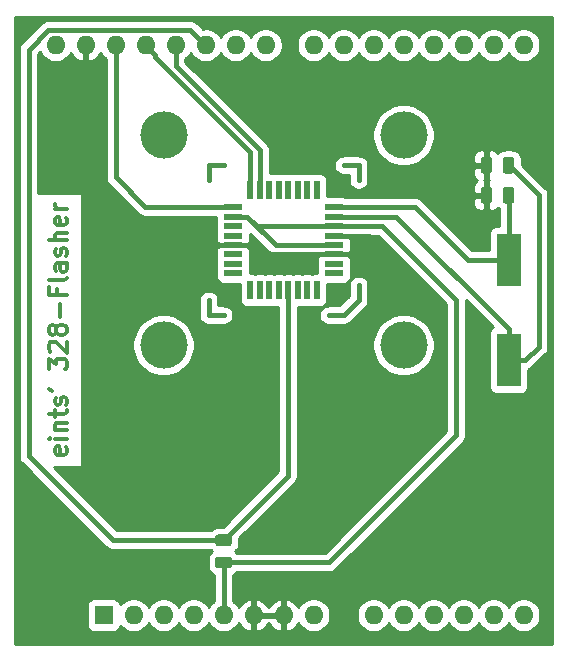
<source format=gbr>
G04 #@! TF.GenerationSoftware,KiCad,Pcbnew,(5.1.5)-3*
G04 #@! TF.CreationDate,2020-04-24T18:38:24+02:00*
G04 #@! TF.ProjectId,flasher,666c6173-6865-4722-9e6b-696361645f70,rev?*
G04 #@! TF.SameCoordinates,Original*
G04 #@! TF.FileFunction,Copper,L1,Top*
G04 #@! TF.FilePolarity,Positive*
%FSLAX46Y46*%
G04 Gerber Fmt 4.6, Leading zero omitted, Abs format (unit mm)*
G04 Created by KiCad (PCBNEW (5.1.5)-3) date 2020-04-24 18:38:24*
%MOMM*%
%LPD*%
G04 APERTURE LIST*
%ADD10C,0.300000*%
%ADD11O,1.600000X1.600000*%
%ADD12R,1.600000X1.600000*%
%ADD13R,2.000000X4.500000*%
%ADD14R,0.550000X1.600000*%
%ADD15R,1.600000X0.550000*%
%ADD16C,0.100000*%
%ADD17C,4.000000*%
%ADD18C,0.400000*%
%ADD19C,0.254000*%
G04 APERTURE END LIST*
D10*
X4417142Y-36562857D02*
X4488571Y-36705714D01*
X4488571Y-36991428D01*
X4417142Y-37134285D01*
X4274285Y-37205714D01*
X3702857Y-37205714D01*
X3559999Y-37134285D01*
X3488571Y-36991428D01*
X3488571Y-36705714D01*
X3559999Y-36562857D01*
X3702857Y-36491428D01*
X3845714Y-36491428D01*
X3988571Y-37205714D01*
X4488571Y-35848571D02*
X3488571Y-35848571D01*
X2988571Y-35848571D02*
X3059999Y-35920000D01*
X3131428Y-35848571D01*
X3059999Y-35777142D01*
X2988571Y-35848571D01*
X3131428Y-35848571D01*
X3488571Y-35134285D02*
X4488571Y-35134285D01*
X3631428Y-35134285D02*
X3559999Y-35062857D01*
X3488571Y-34920000D01*
X3488571Y-34705714D01*
X3559999Y-34562857D01*
X3702857Y-34491428D01*
X4488571Y-34491428D01*
X3488571Y-33991428D02*
X3488571Y-33420000D01*
X2988571Y-33777142D02*
X4274285Y-33777142D01*
X4417142Y-33705714D01*
X4488571Y-33562857D01*
X4488571Y-33420000D01*
X4417142Y-32991428D02*
X4488571Y-32848571D01*
X4488571Y-32562857D01*
X4417142Y-32420000D01*
X4274285Y-32348571D01*
X4202857Y-32348571D01*
X4059999Y-32420000D01*
X3988571Y-32562857D01*
X3988571Y-32777142D01*
X3917142Y-32920000D01*
X3774285Y-32991428D01*
X3702857Y-32991428D01*
X3559999Y-32920000D01*
X3488571Y-32777142D01*
X3488571Y-32562857D01*
X3559999Y-32420000D01*
X2988571Y-31634285D02*
X3274285Y-31777142D01*
X2988571Y-29991428D02*
X2988571Y-29062857D01*
X3560000Y-29562857D01*
X3560000Y-29348571D01*
X3631428Y-29205714D01*
X3702857Y-29134285D01*
X3845714Y-29062857D01*
X4202857Y-29062857D01*
X4345714Y-29134285D01*
X4417142Y-29205714D01*
X4488571Y-29348571D01*
X4488571Y-29777142D01*
X4417142Y-29920000D01*
X4345714Y-29991428D01*
X3131428Y-28491428D02*
X3060000Y-28420000D01*
X2988571Y-28277142D01*
X2988571Y-27920000D01*
X3060000Y-27777142D01*
X3131428Y-27705714D01*
X3274285Y-27634285D01*
X3417142Y-27634285D01*
X3631428Y-27705714D01*
X4488571Y-28562857D01*
X4488571Y-27634285D01*
X3631428Y-26777142D02*
X3560000Y-26920000D01*
X3488571Y-26991428D01*
X3345714Y-27062857D01*
X3274285Y-27062857D01*
X3131428Y-26991428D01*
X3060000Y-26920000D01*
X2988571Y-26777142D01*
X2988571Y-26491428D01*
X3060000Y-26348571D01*
X3131428Y-26277142D01*
X3274285Y-26205714D01*
X3345714Y-26205714D01*
X3488571Y-26277142D01*
X3560000Y-26348571D01*
X3631428Y-26491428D01*
X3631428Y-26777142D01*
X3702857Y-26920000D01*
X3774285Y-26991428D01*
X3917142Y-27062857D01*
X4202857Y-27062857D01*
X4345714Y-26991428D01*
X4417142Y-26920000D01*
X4488571Y-26777142D01*
X4488571Y-26491428D01*
X4417142Y-26348571D01*
X4345714Y-26277142D01*
X4202857Y-26205714D01*
X3917142Y-26205714D01*
X3774285Y-26277142D01*
X3702857Y-26348571D01*
X3631428Y-26491428D01*
X3917142Y-25562857D02*
X3917142Y-24420000D01*
X3702857Y-23205714D02*
X3702857Y-23705714D01*
X4488571Y-23705714D02*
X2988571Y-23705714D01*
X2988571Y-22991428D01*
X4488571Y-22205714D02*
X4417142Y-22348571D01*
X4274285Y-22420000D01*
X2988571Y-22420000D01*
X4488571Y-20991428D02*
X3702857Y-20991428D01*
X3560000Y-21062857D01*
X3488571Y-21205714D01*
X3488571Y-21491428D01*
X3560000Y-21634285D01*
X4417142Y-20991428D02*
X4488571Y-21134285D01*
X4488571Y-21491428D01*
X4417142Y-21634285D01*
X4274285Y-21705714D01*
X4131428Y-21705714D01*
X3988571Y-21634285D01*
X3917142Y-21491428D01*
X3917142Y-21134285D01*
X3845714Y-20991428D01*
X4417142Y-20348571D02*
X4488571Y-20205714D01*
X4488571Y-19920000D01*
X4417142Y-19777142D01*
X4274285Y-19705714D01*
X4202857Y-19705714D01*
X4060000Y-19777142D01*
X3988571Y-19920000D01*
X3988571Y-20134285D01*
X3917142Y-20277142D01*
X3774285Y-20348571D01*
X3702857Y-20348571D01*
X3560000Y-20277142D01*
X3488571Y-20134285D01*
X3488571Y-19920000D01*
X3560000Y-19777142D01*
X4488571Y-19062857D02*
X2988571Y-19062857D01*
X4488571Y-18420000D02*
X3702857Y-18420000D01*
X3560000Y-18491428D01*
X3488571Y-18634285D01*
X3488571Y-18848571D01*
X3560000Y-18991428D01*
X3631428Y-19062857D01*
X4417142Y-17134285D02*
X4488571Y-17277142D01*
X4488571Y-17562857D01*
X4417142Y-17705714D01*
X4274285Y-17777142D01*
X3702857Y-17777142D01*
X3560000Y-17705714D01*
X3488571Y-17562857D01*
X3488571Y-17277142D01*
X3560000Y-17134285D01*
X3702857Y-17062857D01*
X3845714Y-17062857D01*
X3988571Y-17777142D01*
X4488571Y-16419999D02*
X3488571Y-16419999D01*
X3774285Y-16419999D02*
X3631428Y-16348571D01*
X3560000Y-16277142D01*
X3488571Y-16134285D01*
X3488571Y-15991428D01*
D11*
X40640000Y-2540000D03*
X43180000Y-2540000D03*
X43180000Y-50800000D03*
X40640000Y-50800000D03*
X8640000Y-2540000D03*
X38100000Y-50800000D03*
X11180000Y-2540000D03*
X35560000Y-50800000D03*
X13720000Y-2540000D03*
X33020000Y-50800000D03*
X16260000Y-2540000D03*
X30480000Y-50800000D03*
X18800000Y-2540000D03*
X25400000Y-50800000D03*
X21340000Y-2540000D03*
X22860000Y-50800000D03*
X25400000Y-2540000D03*
X20320000Y-50800000D03*
X27940000Y-2540000D03*
X17780000Y-50800000D03*
X30480000Y-2540000D03*
X15240000Y-50800000D03*
X33020000Y-2540000D03*
X12700000Y-50800000D03*
X35560000Y-2540000D03*
X10160000Y-50800000D03*
X38100000Y-2540000D03*
D12*
X7620000Y-50800000D03*
D11*
X3560000Y-2540000D03*
X6100000Y-2540000D03*
D13*
X41910000Y-20710000D03*
X41910000Y-29210000D03*
D14*
X25660000Y-23300000D03*
X24860000Y-23300000D03*
X24060000Y-23300000D03*
X23260000Y-23300000D03*
X22460000Y-23300000D03*
X21660000Y-23300000D03*
X20860000Y-23300000D03*
X20060000Y-23300000D03*
D15*
X18610000Y-21850000D03*
X18610000Y-21050000D03*
X18610000Y-20250000D03*
X18610000Y-19450000D03*
X18610000Y-18650000D03*
X18610000Y-17850000D03*
X18610000Y-17050000D03*
X18610000Y-16250000D03*
D14*
X20060000Y-14800000D03*
X20860000Y-14800000D03*
X21660000Y-14800000D03*
X22460000Y-14800000D03*
X23260000Y-14800000D03*
X24060000Y-14800000D03*
X24860000Y-14800000D03*
X25660000Y-14800000D03*
D15*
X27110000Y-16250000D03*
X27110000Y-17050000D03*
X27110000Y-17850000D03*
X27110000Y-18650000D03*
X27110000Y-19450000D03*
X27110000Y-20250000D03*
X27110000Y-21050000D03*
X27110000Y-21850000D03*
G04 #@! TA.AperFunction,SMDPad,CuDef*
D16*
G36*
X18260142Y-43963674D02*
G01*
X18283803Y-43967184D01*
X18307007Y-43972996D01*
X18329529Y-43981054D01*
X18351153Y-43991282D01*
X18371670Y-44003579D01*
X18390883Y-44017829D01*
X18408607Y-44033893D01*
X18424671Y-44051617D01*
X18438921Y-44070830D01*
X18451218Y-44091347D01*
X18461446Y-44112971D01*
X18469504Y-44135493D01*
X18475316Y-44158697D01*
X18478826Y-44182358D01*
X18480000Y-44206250D01*
X18480000Y-44693750D01*
X18478826Y-44717642D01*
X18475316Y-44741303D01*
X18469504Y-44764507D01*
X18461446Y-44787029D01*
X18451218Y-44808653D01*
X18438921Y-44829170D01*
X18424671Y-44848383D01*
X18408607Y-44866107D01*
X18390883Y-44882171D01*
X18371670Y-44896421D01*
X18351153Y-44908718D01*
X18329529Y-44918946D01*
X18307007Y-44927004D01*
X18283803Y-44932816D01*
X18260142Y-44936326D01*
X18236250Y-44937500D01*
X17323750Y-44937500D01*
X17299858Y-44936326D01*
X17276197Y-44932816D01*
X17252993Y-44927004D01*
X17230471Y-44918946D01*
X17208847Y-44908718D01*
X17188330Y-44896421D01*
X17169117Y-44882171D01*
X17151393Y-44866107D01*
X17135329Y-44848383D01*
X17121079Y-44829170D01*
X17108782Y-44808653D01*
X17098554Y-44787029D01*
X17090496Y-44764507D01*
X17084684Y-44741303D01*
X17081174Y-44717642D01*
X17080000Y-44693750D01*
X17080000Y-44206250D01*
X17081174Y-44182358D01*
X17084684Y-44158697D01*
X17090496Y-44135493D01*
X17098554Y-44112971D01*
X17108782Y-44091347D01*
X17121079Y-44070830D01*
X17135329Y-44051617D01*
X17151393Y-44033893D01*
X17169117Y-44017829D01*
X17188330Y-44003579D01*
X17208847Y-43991282D01*
X17230471Y-43981054D01*
X17252993Y-43972996D01*
X17276197Y-43967184D01*
X17299858Y-43963674D01*
X17323750Y-43962500D01*
X18236250Y-43962500D01*
X18260142Y-43963674D01*
G37*
G04 #@! TD.AperFunction*
G04 #@! TA.AperFunction,SMDPad,CuDef*
G36*
X18260142Y-45838674D02*
G01*
X18283803Y-45842184D01*
X18307007Y-45847996D01*
X18329529Y-45856054D01*
X18351153Y-45866282D01*
X18371670Y-45878579D01*
X18390883Y-45892829D01*
X18408607Y-45908893D01*
X18424671Y-45926617D01*
X18438921Y-45945830D01*
X18451218Y-45966347D01*
X18461446Y-45987971D01*
X18469504Y-46010493D01*
X18475316Y-46033697D01*
X18478826Y-46057358D01*
X18480000Y-46081250D01*
X18480000Y-46568750D01*
X18478826Y-46592642D01*
X18475316Y-46616303D01*
X18469504Y-46639507D01*
X18461446Y-46662029D01*
X18451218Y-46683653D01*
X18438921Y-46704170D01*
X18424671Y-46723383D01*
X18408607Y-46741107D01*
X18390883Y-46757171D01*
X18371670Y-46771421D01*
X18351153Y-46783718D01*
X18329529Y-46793946D01*
X18307007Y-46802004D01*
X18283803Y-46807816D01*
X18260142Y-46811326D01*
X18236250Y-46812500D01*
X17323750Y-46812500D01*
X17299858Y-46811326D01*
X17276197Y-46807816D01*
X17252993Y-46802004D01*
X17230471Y-46793946D01*
X17208847Y-46783718D01*
X17188330Y-46771421D01*
X17169117Y-46757171D01*
X17151393Y-46741107D01*
X17135329Y-46723383D01*
X17121079Y-46704170D01*
X17108782Y-46683653D01*
X17098554Y-46662029D01*
X17090496Y-46639507D01*
X17084684Y-46616303D01*
X17081174Y-46592642D01*
X17080000Y-46568750D01*
X17080000Y-46081250D01*
X17081174Y-46057358D01*
X17084684Y-46033697D01*
X17090496Y-46010493D01*
X17098554Y-45987971D01*
X17108782Y-45966347D01*
X17121079Y-45945830D01*
X17135329Y-45926617D01*
X17151393Y-45908893D01*
X17169117Y-45892829D01*
X17188330Y-45878579D01*
X17208847Y-45866282D01*
X17230471Y-45856054D01*
X17252993Y-45847996D01*
X17276197Y-45842184D01*
X17299858Y-45838674D01*
X17323750Y-45837500D01*
X18236250Y-45837500D01*
X18260142Y-45838674D01*
G37*
G04 #@! TD.AperFunction*
G04 #@! TA.AperFunction,SMDPad,CuDef*
G36*
X42177642Y-14541174D02*
G01*
X42201303Y-14544684D01*
X42224507Y-14550496D01*
X42247029Y-14558554D01*
X42268653Y-14568782D01*
X42289170Y-14581079D01*
X42308383Y-14595329D01*
X42326107Y-14611393D01*
X42342171Y-14629117D01*
X42356421Y-14648330D01*
X42368718Y-14668847D01*
X42378946Y-14690471D01*
X42387004Y-14712993D01*
X42392816Y-14736197D01*
X42396326Y-14759858D01*
X42397500Y-14783750D01*
X42397500Y-15696250D01*
X42396326Y-15720142D01*
X42392816Y-15743803D01*
X42387004Y-15767007D01*
X42378946Y-15789529D01*
X42368718Y-15811153D01*
X42356421Y-15831670D01*
X42342171Y-15850883D01*
X42326107Y-15868607D01*
X42308383Y-15884671D01*
X42289170Y-15898921D01*
X42268653Y-15911218D01*
X42247029Y-15921446D01*
X42224507Y-15929504D01*
X42201303Y-15935316D01*
X42177642Y-15938826D01*
X42153750Y-15940000D01*
X41666250Y-15940000D01*
X41642358Y-15938826D01*
X41618697Y-15935316D01*
X41595493Y-15929504D01*
X41572971Y-15921446D01*
X41551347Y-15911218D01*
X41530830Y-15898921D01*
X41511617Y-15884671D01*
X41493893Y-15868607D01*
X41477829Y-15850883D01*
X41463579Y-15831670D01*
X41451282Y-15811153D01*
X41441054Y-15789529D01*
X41432996Y-15767007D01*
X41427184Y-15743803D01*
X41423674Y-15720142D01*
X41422500Y-15696250D01*
X41422500Y-14783750D01*
X41423674Y-14759858D01*
X41427184Y-14736197D01*
X41432996Y-14712993D01*
X41441054Y-14690471D01*
X41451282Y-14668847D01*
X41463579Y-14648330D01*
X41477829Y-14629117D01*
X41493893Y-14611393D01*
X41511617Y-14595329D01*
X41530830Y-14581079D01*
X41551347Y-14568782D01*
X41572971Y-14558554D01*
X41595493Y-14550496D01*
X41618697Y-14544684D01*
X41642358Y-14541174D01*
X41666250Y-14540000D01*
X42153750Y-14540000D01*
X42177642Y-14541174D01*
G37*
G04 #@! TD.AperFunction*
G04 #@! TA.AperFunction,SMDPad,CuDef*
G36*
X40302642Y-14541174D02*
G01*
X40326303Y-14544684D01*
X40349507Y-14550496D01*
X40372029Y-14558554D01*
X40393653Y-14568782D01*
X40414170Y-14581079D01*
X40433383Y-14595329D01*
X40451107Y-14611393D01*
X40467171Y-14629117D01*
X40481421Y-14648330D01*
X40493718Y-14668847D01*
X40503946Y-14690471D01*
X40512004Y-14712993D01*
X40517816Y-14736197D01*
X40521326Y-14759858D01*
X40522500Y-14783750D01*
X40522500Y-15696250D01*
X40521326Y-15720142D01*
X40517816Y-15743803D01*
X40512004Y-15767007D01*
X40503946Y-15789529D01*
X40493718Y-15811153D01*
X40481421Y-15831670D01*
X40467171Y-15850883D01*
X40451107Y-15868607D01*
X40433383Y-15884671D01*
X40414170Y-15898921D01*
X40393653Y-15911218D01*
X40372029Y-15921446D01*
X40349507Y-15929504D01*
X40326303Y-15935316D01*
X40302642Y-15938826D01*
X40278750Y-15940000D01*
X39791250Y-15940000D01*
X39767358Y-15938826D01*
X39743697Y-15935316D01*
X39720493Y-15929504D01*
X39697971Y-15921446D01*
X39676347Y-15911218D01*
X39655830Y-15898921D01*
X39636617Y-15884671D01*
X39618893Y-15868607D01*
X39602829Y-15850883D01*
X39588579Y-15831670D01*
X39576282Y-15811153D01*
X39566054Y-15789529D01*
X39557996Y-15767007D01*
X39552184Y-15743803D01*
X39548674Y-15720142D01*
X39547500Y-15696250D01*
X39547500Y-14783750D01*
X39548674Y-14759858D01*
X39552184Y-14736197D01*
X39557996Y-14712993D01*
X39566054Y-14690471D01*
X39576282Y-14668847D01*
X39588579Y-14648330D01*
X39602829Y-14629117D01*
X39618893Y-14611393D01*
X39636617Y-14595329D01*
X39655830Y-14581079D01*
X39676347Y-14568782D01*
X39697971Y-14558554D01*
X39720493Y-14550496D01*
X39743697Y-14544684D01*
X39767358Y-14541174D01*
X39791250Y-14540000D01*
X40278750Y-14540000D01*
X40302642Y-14541174D01*
G37*
G04 #@! TD.AperFunction*
G04 #@! TA.AperFunction,SMDPad,CuDef*
G36*
X42177642Y-12001174D02*
G01*
X42201303Y-12004684D01*
X42224507Y-12010496D01*
X42247029Y-12018554D01*
X42268653Y-12028782D01*
X42289170Y-12041079D01*
X42308383Y-12055329D01*
X42326107Y-12071393D01*
X42342171Y-12089117D01*
X42356421Y-12108330D01*
X42368718Y-12128847D01*
X42378946Y-12150471D01*
X42387004Y-12172993D01*
X42392816Y-12196197D01*
X42396326Y-12219858D01*
X42397500Y-12243750D01*
X42397500Y-13156250D01*
X42396326Y-13180142D01*
X42392816Y-13203803D01*
X42387004Y-13227007D01*
X42378946Y-13249529D01*
X42368718Y-13271153D01*
X42356421Y-13291670D01*
X42342171Y-13310883D01*
X42326107Y-13328607D01*
X42308383Y-13344671D01*
X42289170Y-13358921D01*
X42268653Y-13371218D01*
X42247029Y-13381446D01*
X42224507Y-13389504D01*
X42201303Y-13395316D01*
X42177642Y-13398826D01*
X42153750Y-13400000D01*
X41666250Y-13400000D01*
X41642358Y-13398826D01*
X41618697Y-13395316D01*
X41595493Y-13389504D01*
X41572971Y-13381446D01*
X41551347Y-13371218D01*
X41530830Y-13358921D01*
X41511617Y-13344671D01*
X41493893Y-13328607D01*
X41477829Y-13310883D01*
X41463579Y-13291670D01*
X41451282Y-13271153D01*
X41441054Y-13249529D01*
X41432996Y-13227007D01*
X41427184Y-13203803D01*
X41423674Y-13180142D01*
X41422500Y-13156250D01*
X41422500Y-12243750D01*
X41423674Y-12219858D01*
X41427184Y-12196197D01*
X41432996Y-12172993D01*
X41441054Y-12150471D01*
X41451282Y-12128847D01*
X41463579Y-12108330D01*
X41477829Y-12089117D01*
X41493893Y-12071393D01*
X41511617Y-12055329D01*
X41530830Y-12041079D01*
X41551347Y-12028782D01*
X41572971Y-12018554D01*
X41595493Y-12010496D01*
X41618697Y-12004684D01*
X41642358Y-12001174D01*
X41666250Y-12000000D01*
X42153750Y-12000000D01*
X42177642Y-12001174D01*
G37*
G04 #@! TD.AperFunction*
G04 #@! TA.AperFunction,SMDPad,CuDef*
G36*
X40302642Y-12001174D02*
G01*
X40326303Y-12004684D01*
X40349507Y-12010496D01*
X40372029Y-12018554D01*
X40393653Y-12028782D01*
X40414170Y-12041079D01*
X40433383Y-12055329D01*
X40451107Y-12071393D01*
X40467171Y-12089117D01*
X40481421Y-12108330D01*
X40493718Y-12128847D01*
X40503946Y-12150471D01*
X40512004Y-12172993D01*
X40517816Y-12196197D01*
X40521326Y-12219858D01*
X40522500Y-12243750D01*
X40522500Y-13156250D01*
X40521326Y-13180142D01*
X40517816Y-13203803D01*
X40512004Y-13227007D01*
X40503946Y-13249529D01*
X40493718Y-13271153D01*
X40481421Y-13291670D01*
X40467171Y-13310883D01*
X40451107Y-13328607D01*
X40433383Y-13344671D01*
X40414170Y-13358921D01*
X40393653Y-13371218D01*
X40372029Y-13381446D01*
X40349507Y-13389504D01*
X40326303Y-13395316D01*
X40302642Y-13398826D01*
X40278750Y-13400000D01*
X39791250Y-13400000D01*
X39767358Y-13398826D01*
X39743697Y-13395316D01*
X39720493Y-13389504D01*
X39697971Y-13381446D01*
X39676347Y-13371218D01*
X39655830Y-13358921D01*
X39636617Y-13344671D01*
X39618893Y-13328607D01*
X39602829Y-13310883D01*
X39588579Y-13291670D01*
X39576282Y-13271153D01*
X39566054Y-13249529D01*
X39557996Y-13227007D01*
X39552184Y-13203803D01*
X39548674Y-13180142D01*
X39547500Y-13156250D01*
X39547500Y-12243750D01*
X39548674Y-12219858D01*
X39552184Y-12196197D01*
X39557996Y-12172993D01*
X39566054Y-12150471D01*
X39576282Y-12128847D01*
X39588579Y-12108330D01*
X39602829Y-12089117D01*
X39618893Y-12071393D01*
X39636617Y-12055329D01*
X39655830Y-12041079D01*
X39676347Y-12028782D01*
X39697971Y-12018554D01*
X39720493Y-12010496D01*
X39743697Y-12004684D01*
X39767358Y-12001174D01*
X39791250Y-12000000D01*
X40278750Y-12000000D01*
X40302642Y-12001174D01*
G37*
G04 #@! TD.AperFunction*
D17*
X33020000Y-27940000D03*
X12700000Y-10160000D03*
X33020000Y-10160000D03*
X12700000Y-27940000D03*
D18*
X17780000Y-12700000D02*
X16510000Y-12700000D01*
X16510000Y-12700000D02*
X16510000Y-13970000D01*
X27940000Y-12700000D02*
X29210000Y-12700000D01*
X29210000Y-12700000D02*
X29210000Y-13970000D01*
X16510000Y-24130000D02*
X16510000Y-25400000D01*
X16510000Y-25400000D02*
X17780000Y-25400000D01*
X27940000Y-25400000D02*
X29210000Y-24130000D01*
X29210000Y-24130000D02*
X29210000Y-22860000D01*
X27940000Y-25400000D02*
X26670000Y-25400000D01*
X18610000Y-16250000D02*
X11170000Y-16250000D01*
X8640000Y-13720000D02*
X8640000Y-2540000D01*
X11170000Y-16250000D02*
X8640000Y-13720000D01*
X11979999Y-3538841D02*
X11979999Y-3339999D01*
X20060000Y-14800000D02*
X20060000Y-11618842D01*
X11979999Y-3339999D02*
X11180000Y-2540000D01*
X20060000Y-11618842D02*
X11979999Y-3538841D01*
X13720000Y-4288878D02*
X13720000Y-3671370D01*
X13720000Y-3671370D02*
X13720000Y-2540000D01*
X20860000Y-14800000D02*
X20860000Y-11428878D01*
X20860000Y-11428878D02*
X13720000Y-4288878D01*
X17780000Y-44450000D02*
X13970000Y-44450000D01*
X14959999Y-1239999D02*
X15460001Y-1740001D01*
X2935999Y-1239999D02*
X14959999Y-1239999D01*
X1270000Y-2905998D02*
X2935999Y-1239999D01*
X15460001Y-1740001D02*
X16260000Y-2540000D01*
X1270000Y-31750000D02*
X1270000Y-2905998D01*
X23260000Y-38970000D02*
X17780000Y-44450000D01*
X23260000Y-23300000D02*
X23260000Y-38970000D01*
X8396095Y-44450000D02*
X1270000Y-37323905D01*
X13970000Y-44450000D02*
X8396095Y-44450000D01*
X1270000Y-37323905D02*
X1270000Y-29845000D01*
X22860000Y-50800000D02*
X20320000Y-50800000D01*
X20585002Y-20250000D02*
X19785002Y-19450000D01*
X19785002Y-19450000D02*
X18610000Y-19450000D01*
X27110000Y-20250000D02*
X20585002Y-20250000D01*
X18610000Y-19450000D02*
X11830000Y-19450000D01*
X6100000Y-13720000D02*
X6100000Y-2540000D01*
X11830000Y-19450000D02*
X6100000Y-13720000D01*
X27110000Y-18650000D02*
X30080000Y-18650000D01*
X30080000Y-18650000D02*
X30480000Y-19050000D01*
X30480000Y-19050000D02*
X30480000Y-19685000D01*
X29915000Y-20250000D02*
X27110000Y-20250000D01*
X30480000Y-19685000D02*
X29915000Y-20250000D01*
X17780000Y-46325000D02*
X17780000Y-50800000D01*
X22185002Y-19450000D02*
X19785002Y-17050000D01*
X27110000Y-19450000D02*
X22185002Y-19450000D01*
X19785002Y-17050000D02*
X18610000Y-17050000D01*
X20585002Y-17850000D02*
X19785002Y-17050000D01*
X27110000Y-17850000D02*
X20585002Y-17850000D01*
X27110000Y-17850000D02*
X31185000Y-17850000D01*
X31185000Y-17850000D02*
X37465000Y-24130000D01*
X37465000Y-24130000D02*
X37465000Y-35560000D01*
X26700000Y-46325000D02*
X17780000Y-46325000D01*
X37465000Y-35560000D02*
X26700000Y-46325000D01*
X43310000Y-29210000D02*
X44450000Y-28070000D01*
X41910000Y-29210000D02*
X43310000Y-29210000D01*
X44450000Y-15240000D02*
X41910000Y-12700000D01*
X44450000Y-28070000D02*
X44450000Y-15240000D01*
X27110000Y-17050000D02*
X32400000Y-17050000D01*
X41910000Y-26560000D02*
X41910000Y-29210000D01*
X32400000Y-17050000D02*
X41910000Y-26560000D01*
X41910000Y-15240000D02*
X41910000Y-20710000D01*
X27110000Y-16250000D02*
X34030000Y-16250000D01*
X38490000Y-20710000D02*
X41910000Y-20710000D01*
X34030000Y-16250000D02*
X38490000Y-20710000D01*
D19*
G36*
X45593000Y-53213000D02*
G01*
X127000Y-53213000D01*
X127000Y-2905998D01*
X430960Y-2905998D01*
X435001Y-2947027D01*
X435000Y-31791018D01*
X435001Y-31791025D01*
X435000Y-37282886D01*
X430960Y-37323905D01*
X435000Y-37364923D01*
X447082Y-37487593D01*
X494828Y-37644991D01*
X572364Y-37790050D01*
X676709Y-37917196D01*
X708579Y-37943351D01*
X7776654Y-45011427D01*
X7802804Y-45043291D01*
X7929949Y-45147636D01*
X8075008Y-45225172D01*
X8232406Y-45272918D01*
X8396094Y-45289040D01*
X8437113Y-45285000D01*
X16673707Y-45285000D01*
X16700208Y-45317292D01*
X16785756Y-45387500D01*
X16700208Y-45457708D01*
X16590542Y-45591336D01*
X16509053Y-45743791D01*
X16458872Y-45909215D01*
X16441928Y-46081250D01*
X16441928Y-46568750D01*
X16458872Y-46740785D01*
X16509053Y-46906209D01*
X16590542Y-47058664D01*
X16700208Y-47192292D01*
X16833836Y-47301958D01*
X16945000Y-47361377D01*
X16945001Y-49632069D01*
X16865241Y-49685363D01*
X16665363Y-49885241D01*
X16510000Y-50117759D01*
X16354637Y-49885241D01*
X16154759Y-49685363D01*
X15919727Y-49528320D01*
X15658574Y-49420147D01*
X15381335Y-49365000D01*
X15098665Y-49365000D01*
X14821426Y-49420147D01*
X14560273Y-49528320D01*
X14325241Y-49685363D01*
X14125363Y-49885241D01*
X13970000Y-50117759D01*
X13814637Y-49885241D01*
X13614759Y-49685363D01*
X13379727Y-49528320D01*
X13118574Y-49420147D01*
X12841335Y-49365000D01*
X12558665Y-49365000D01*
X12281426Y-49420147D01*
X12020273Y-49528320D01*
X11785241Y-49685363D01*
X11585363Y-49885241D01*
X11430000Y-50117759D01*
X11274637Y-49885241D01*
X11074759Y-49685363D01*
X10839727Y-49528320D01*
X10578574Y-49420147D01*
X10301335Y-49365000D01*
X10018665Y-49365000D01*
X9741426Y-49420147D01*
X9480273Y-49528320D01*
X9245241Y-49685363D01*
X9046643Y-49883961D01*
X9045812Y-49875518D01*
X9009502Y-49755820D01*
X8950537Y-49645506D01*
X8871185Y-49548815D01*
X8774494Y-49469463D01*
X8664180Y-49410498D01*
X8544482Y-49374188D01*
X8420000Y-49361928D01*
X6820000Y-49361928D01*
X6695518Y-49374188D01*
X6575820Y-49410498D01*
X6465506Y-49469463D01*
X6368815Y-49548815D01*
X6289463Y-49645506D01*
X6230498Y-49755820D01*
X6194188Y-49875518D01*
X6181928Y-50000000D01*
X6181928Y-51600000D01*
X6194188Y-51724482D01*
X6230498Y-51844180D01*
X6289463Y-51954494D01*
X6368815Y-52051185D01*
X6465506Y-52130537D01*
X6575820Y-52189502D01*
X6695518Y-52225812D01*
X6820000Y-52238072D01*
X8420000Y-52238072D01*
X8544482Y-52225812D01*
X8664180Y-52189502D01*
X8774494Y-52130537D01*
X8871185Y-52051185D01*
X8950537Y-51954494D01*
X9009502Y-51844180D01*
X9045812Y-51724482D01*
X9046643Y-51716039D01*
X9245241Y-51914637D01*
X9480273Y-52071680D01*
X9741426Y-52179853D01*
X10018665Y-52235000D01*
X10301335Y-52235000D01*
X10578574Y-52179853D01*
X10839727Y-52071680D01*
X11074759Y-51914637D01*
X11274637Y-51714759D01*
X11430000Y-51482241D01*
X11585363Y-51714759D01*
X11785241Y-51914637D01*
X12020273Y-52071680D01*
X12281426Y-52179853D01*
X12558665Y-52235000D01*
X12841335Y-52235000D01*
X13118574Y-52179853D01*
X13379727Y-52071680D01*
X13614759Y-51914637D01*
X13814637Y-51714759D01*
X13970000Y-51482241D01*
X14125363Y-51714759D01*
X14325241Y-51914637D01*
X14560273Y-52071680D01*
X14821426Y-52179853D01*
X15098665Y-52235000D01*
X15381335Y-52235000D01*
X15658574Y-52179853D01*
X15919727Y-52071680D01*
X16154759Y-51914637D01*
X16354637Y-51714759D01*
X16510000Y-51482241D01*
X16665363Y-51714759D01*
X16865241Y-51914637D01*
X17100273Y-52071680D01*
X17361426Y-52179853D01*
X17638665Y-52235000D01*
X17921335Y-52235000D01*
X18198574Y-52179853D01*
X18459727Y-52071680D01*
X18694759Y-51914637D01*
X18894637Y-51714759D01*
X19051680Y-51479727D01*
X19056067Y-51469135D01*
X19167615Y-51655131D01*
X19356586Y-51863519D01*
X19582580Y-52031037D01*
X19836913Y-52151246D01*
X19970961Y-52191904D01*
X20193000Y-52069915D01*
X20193000Y-50927000D01*
X20447000Y-50927000D01*
X20447000Y-52069915D01*
X20669039Y-52191904D01*
X20803087Y-52151246D01*
X21057420Y-52031037D01*
X21283414Y-51863519D01*
X21472385Y-51655131D01*
X21590000Y-51459018D01*
X21707615Y-51655131D01*
X21896586Y-51863519D01*
X22122580Y-52031037D01*
X22376913Y-52151246D01*
X22510961Y-52191904D01*
X22733000Y-52069915D01*
X22733000Y-50927000D01*
X20447000Y-50927000D01*
X20193000Y-50927000D01*
X20173000Y-50927000D01*
X20173000Y-50673000D01*
X20193000Y-50673000D01*
X20193000Y-49530085D01*
X20447000Y-49530085D01*
X20447000Y-50673000D01*
X22733000Y-50673000D01*
X22733000Y-49530085D01*
X22987000Y-49530085D01*
X22987000Y-50673000D01*
X23007000Y-50673000D01*
X23007000Y-50927000D01*
X22987000Y-50927000D01*
X22987000Y-52069915D01*
X23209039Y-52191904D01*
X23343087Y-52151246D01*
X23597420Y-52031037D01*
X23823414Y-51863519D01*
X24012385Y-51655131D01*
X24123933Y-51469135D01*
X24128320Y-51479727D01*
X24285363Y-51714759D01*
X24485241Y-51914637D01*
X24720273Y-52071680D01*
X24981426Y-52179853D01*
X25258665Y-52235000D01*
X25541335Y-52235000D01*
X25818574Y-52179853D01*
X26079727Y-52071680D01*
X26314759Y-51914637D01*
X26514637Y-51714759D01*
X26671680Y-51479727D01*
X26779853Y-51218574D01*
X26835000Y-50941335D01*
X26835000Y-50658665D01*
X29045000Y-50658665D01*
X29045000Y-50941335D01*
X29100147Y-51218574D01*
X29208320Y-51479727D01*
X29365363Y-51714759D01*
X29565241Y-51914637D01*
X29800273Y-52071680D01*
X30061426Y-52179853D01*
X30338665Y-52235000D01*
X30621335Y-52235000D01*
X30898574Y-52179853D01*
X31159727Y-52071680D01*
X31394759Y-51914637D01*
X31594637Y-51714759D01*
X31750000Y-51482241D01*
X31905363Y-51714759D01*
X32105241Y-51914637D01*
X32340273Y-52071680D01*
X32601426Y-52179853D01*
X32878665Y-52235000D01*
X33161335Y-52235000D01*
X33438574Y-52179853D01*
X33699727Y-52071680D01*
X33934759Y-51914637D01*
X34134637Y-51714759D01*
X34290000Y-51482241D01*
X34445363Y-51714759D01*
X34645241Y-51914637D01*
X34880273Y-52071680D01*
X35141426Y-52179853D01*
X35418665Y-52235000D01*
X35701335Y-52235000D01*
X35978574Y-52179853D01*
X36239727Y-52071680D01*
X36474759Y-51914637D01*
X36674637Y-51714759D01*
X36830000Y-51482241D01*
X36985363Y-51714759D01*
X37185241Y-51914637D01*
X37420273Y-52071680D01*
X37681426Y-52179853D01*
X37958665Y-52235000D01*
X38241335Y-52235000D01*
X38518574Y-52179853D01*
X38779727Y-52071680D01*
X39014759Y-51914637D01*
X39214637Y-51714759D01*
X39370000Y-51482241D01*
X39525363Y-51714759D01*
X39725241Y-51914637D01*
X39960273Y-52071680D01*
X40221426Y-52179853D01*
X40498665Y-52235000D01*
X40781335Y-52235000D01*
X41058574Y-52179853D01*
X41319727Y-52071680D01*
X41554759Y-51914637D01*
X41754637Y-51714759D01*
X41910000Y-51482241D01*
X42065363Y-51714759D01*
X42265241Y-51914637D01*
X42500273Y-52071680D01*
X42761426Y-52179853D01*
X43038665Y-52235000D01*
X43321335Y-52235000D01*
X43598574Y-52179853D01*
X43859727Y-52071680D01*
X44094759Y-51914637D01*
X44294637Y-51714759D01*
X44451680Y-51479727D01*
X44559853Y-51218574D01*
X44615000Y-50941335D01*
X44615000Y-50658665D01*
X44559853Y-50381426D01*
X44451680Y-50120273D01*
X44294637Y-49885241D01*
X44094759Y-49685363D01*
X43859727Y-49528320D01*
X43598574Y-49420147D01*
X43321335Y-49365000D01*
X43038665Y-49365000D01*
X42761426Y-49420147D01*
X42500273Y-49528320D01*
X42265241Y-49685363D01*
X42065363Y-49885241D01*
X41910000Y-50117759D01*
X41754637Y-49885241D01*
X41554759Y-49685363D01*
X41319727Y-49528320D01*
X41058574Y-49420147D01*
X40781335Y-49365000D01*
X40498665Y-49365000D01*
X40221426Y-49420147D01*
X39960273Y-49528320D01*
X39725241Y-49685363D01*
X39525363Y-49885241D01*
X39370000Y-50117759D01*
X39214637Y-49885241D01*
X39014759Y-49685363D01*
X38779727Y-49528320D01*
X38518574Y-49420147D01*
X38241335Y-49365000D01*
X37958665Y-49365000D01*
X37681426Y-49420147D01*
X37420273Y-49528320D01*
X37185241Y-49685363D01*
X36985363Y-49885241D01*
X36830000Y-50117759D01*
X36674637Y-49885241D01*
X36474759Y-49685363D01*
X36239727Y-49528320D01*
X35978574Y-49420147D01*
X35701335Y-49365000D01*
X35418665Y-49365000D01*
X35141426Y-49420147D01*
X34880273Y-49528320D01*
X34645241Y-49685363D01*
X34445363Y-49885241D01*
X34290000Y-50117759D01*
X34134637Y-49885241D01*
X33934759Y-49685363D01*
X33699727Y-49528320D01*
X33438574Y-49420147D01*
X33161335Y-49365000D01*
X32878665Y-49365000D01*
X32601426Y-49420147D01*
X32340273Y-49528320D01*
X32105241Y-49685363D01*
X31905363Y-49885241D01*
X31750000Y-50117759D01*
X31594637Y-49885241D01*
X31394759Y-49685363D01*
X31159727Y-49528320D01*
X30898574Y-49420147D01*
X30621335Y-49365000D01*
X30338665Y-49365000D01*
X30061426Y-49420147D01*
X29800273Y-49528320D01*
X29565241Y-49685363D01*
X29365363Y-49885241D01*
X29208320Y-50120273D01*
X29100147Y-50381426D01*
X29045000Y-50658665D01*
X26835000Y-50658665D01*
X26779853Y-50381426D01*
X26671680Y-50120273D01*
X26514637Y-49885241D01*
X26314759Y-49685363D01*
X26079727Y-49528320D01*
X25818574Y-49420147D01*
X25541335Y-49365000D01*
X25258665Y-49365000D01*
X24981426Y-49420147D01*
X24720273Y-49528320D01*
X24485241Y-49685363D01*
X24285363Y-49885241D01*
X24128320Y-50120273D01*
X24123933Y-50130865D01*
X24012385Y-49944869D01*
X23823414Y-49736481D01*
X23597420Y-49568963D01*
X23343087Y-49448754D01*
X23209039Y-49408096D01*
X22987000Y-49530085D01*
X22733000Y-49530085D01*
X22510961Y-49408096D01*
X22376913Y-49448754D01*
X22122580Y-49568963D01*
X21896586Y-49736481D01*
X21707615Y-49944869D01*
X21590000Y-50140982D01*
X21472385Y-49944869D01*
X21283414Y-49736481D01*
X21057420Y-49568963D01*
X20803087Y-49448754D01*
X20669039Y-49408096D01*
X20447000Y-49530085D01*
X20193000Y-49530085D01*
X19970961Y-49408096D01*
X19836913Y-49448754D01*
X19582580Y-49568963D01*
X19356586Y-49736481D01*
X19167615Y-49944869D01*
X19056067Y-50130865D01*
X19051680Y-50120273D01*
X18894637Y-49885241D01*
X18694759Y-49685363D01*
X18615000Y-49632070D01*
X18615000Y-47361376D01*
X18726164Y-47301958D01*
X18859792Y-47192292D01*
X18886293Y-47160000D01*
X26658982Y-47160000D01*
X26700000Y-47164040D01*
X26741018Y-47160000D01*
X26741019Y-47160000D01*
X26863689Y-47147918D01*
X27021087Y-47100172D01*
X27166146Y-47022636D01*
X27293291Y-46918291D01*
X27319446Y-46886421D01*
X38026427Y-36179441D01*
X38058291Y-36153291D01*
X38162636Y-36026146D01*
X38240172Y-35881087D01*
X38287918Y-35723689D01*
X38300000Y-35601019D01*
X38304040Y-35560000D01*
X38300000Y-35518982D01*
X38300000Y-24171018D01*
X38303600Y-24134468D01*
X40583586Y-26414454D01*
X40555506Y-26429463D01*
X40458815Y-26508815D01*
X40379463Y-26605506D01*
X40320498Y-26715820D01*
X40284188Y-26835518D01*
X40271928Y-26960000D01*
X40271928Y-31460000D01*
X40284188Y-31584482D01*
X40320498Y-31704180D01*
X40379463Y-31814494D01*
X40458815Y-31911185D01*
X40555506Y-31990537D01*
X40665820Y-32049502D01*
X40785518Y-32085812D01*
X40910000Y-32098072D01*
X42910000Y-32098072D01*
X43034482Y-32085812D01*
X43154180Y-32049502D01*
X43264494Y-31990537D01*
X43361185Y-31911185D01*
X43440537Y-31814494D01*
X43499502Y-31704180D01*
X43535812Y-31584482D01*
X43548072Y-31460000D01*
X43548072Y-30010354D01*
X43631087Y-29985172D01*
X43776146Y-29907636D01*
X43903291Y-29803291D01*
X43929446Y-29771421D01*
X45011428Y-28689440D01*
X45043291Y-28663291D01*
X45147636Y-28536146D01*
X45225172Y-28391087D01*
X45272918Y-28233689D01*
X45285000Y-28111019D01*
X45285000Y-28111009D01*
X45289039Y-28070001D01*
X45285000Y-28028993D01*
X45285000Y-15281007D01*
X45289039Y-15239999D01*
X45285000Y-15198991D01*
X45285000Y-15198981D01*
X45272918Y-15076311D01*
X45225172Y-14918913D01*
X45147636Y-14773854D01*
X45043291Y-14646709D01*
X45011427Y-14620559D01*
X43035572Y-12644705D01*
X43035572Y-12243750D01*
X43018628Y-12071715D01*
X42968447Y-11906291D01*
X42886958Y-11753836D01*
X42777292Y-11620208D01*
X42643664Y-11510542D01*
X42491209Y-11429053D01*
X42325785Y-11378872D01*
X42153750Y-11361928D01*
X41666250Y-11361928D01*
X41494215Y-11378872D01*
X41328791Y-11429053D01*
X41176336Y-11510542D01*
X41042708Y-11620208D01*
X41037492Y-11626564D01*
X40973685Y-11548815D01*
X40876994Y-11469463D01*
X40766680Y-11410498D01*
X40646982Y-11374188D01*
X40522500Y-11361928D01*
X40320750Y-11365000D01*
X40162000Y-11523750D01*
X40162000Y-12573000D01*
X40182000Y-12573000D01*
X40182000Y-12827000D01*
X40162000Y-12827000D01*
X40162000Y-13876250D01*
X40255750Y-13970000D01*
X40162000Y-14063750D01*
X40162000Y-15113000D01*
X40182000Y-15113000D01*
X40182000Y-15367000D01*
X40162000Y-15367000D01*
X40162000Y-16416250D01*
X40320750Y-16575000D01*
X40522500Y-16578072D01*
X40646982Y-16565812D01*
X40766680Y-16529502D01*
X40876994Y-16470537D01*
X40973685Y-16391185D01*
X41037492Y-16313436D01*
X41042708Y-16319792D01*
X41075000Y-16346294D01*
X41075000Y-17821928D01*
X40910000Y-17821928D01*
X40785518Y-17834188D01*
X40665820Y-17870498D01*
X40555506Y-17929463D01*
X40458815Y-18008815D01*
X40379463Y-18105506D01*
X40320498Y-18215820D01*
X40284188Y-18335518D01*
X40271928Y-18460000D01*
X40271928Y-19875000D01*
X38835868Y-19875000D01*
X34900868Y-15940000D01*
X38909428Y-15940000D01*
X38921688Y-16064482D01*
X38957998Y-16184180D01*
X39016963Y-16294494D01*
X39096315Y-16391185D01*
X39193006Y-16470537D01*
X39303320Y-16529502D01*
X39423018Y-16565812D01*
X39547500Y-16578072D01*
X39749250Y-16575000D01*
X39908000Y-16416250D01*
X39908000Y-15367000D01*
X39071250Y-15367000D01*
X38912500Y-15525750D01*
X38909428Y-15940000D01*
X34900868Y-15940000D01*
X34649446Y-15688579D01*
X34623291Y-15656709D01*
X34496146Y-15552364D01*
X34351087Y-15474828D01*
X34193689Y-15427082D01*
X34071019Y-15415000D01*
X34071018Y-15415000D01*
X34030000Y-15410960D01*
X33988982Y-15415000D01*
X28209373Y-15415000D01*
X28154180Y-15385498D01*
X28034482Y-15349188D01*
X27910000Y-15336928D01*
X26573072Y-15336928D01*
X26573072Y-14000000D01*
X26560812Y-13875518D01*
X26524502Y-13755820D01*
X26465537Y-13645506D01*
X26386185Y-13548815D01*
X26289494Y-13469463D01*
X26179180Y-13410498D01*
X26059482Y-13374188D01*
X25935000Y-13361928D01*
X25385000Y-13361928D01*
X25260518Y-13374188D01*
X25260000Y-13374345D01*
X25259482Y-13374188D01*
X25135000Y-13361928D01*
X24585000Y-13361928D01*
X24460518Y-13374188D01*
X24460000Y-13374345D01*
X24459482Y-13374188D01*
X24335000Y-13361928D01*
X23785000Y-13361928D01*
X23660518Y-13374188D01*
X23660000Y-13374345D01*
X23659482Y-13374188D01*
X23535000Y-13361928D01*
X22985000Y-13361928D01*
X22860518Y-13374188D01*
X22860000Y-13374345D01*
X22859482Y-13374188D01*
X22735000Y-13361928D01*
X22185000Y-13361928D01*
X22060518Y-13374188D01*
X22060000Y-13374345D01*
X22059482Y-13374188D01*
X21935000Y-13361928D01*
X21695000Y-13361928D01*
X21695000Y-12700000D01*
X27100960Y-12700000D01*
X27117082Y-12863689D01*
X27164828Y-13021087D01*
X27242364Y-13166146D01*
X27346709Y-13293291D01*
X27473854Y-13397636D01*
X27618913Y-13475172D01*
X27776311Y-13522918D01*
X27898981Y-13535000D01*
X28375001Y-13535000D01*
X28375001Y-14011019D01*
X28387083Y-14133689D01*
X28434829Y-14291087D01*
X28512365Y-14436146D01*
X28616710Y-14563291D01*
X28743855Y-14667636D01*
X28888914Y-14745172D01*
X29046312Y-14792918D01*
X29210000Y-14809040D01*
X29373689Y-14792918D01*
X29531087Y-14745172D01*
X29676146Y-14667636D01*
X29803291Y-14563291D01*
X29907636Y-14436146D01*
X29985172Y-14291087D01*
X30032918Y-14133689D01*
X30045000Y-14011019D01*
X30045000Y-13400000D01*
X38909428Y-13400000D01*
X38921688Y-13524482D01*
X38957998Y-13644180D01*
X39016963Y-13754494D01*
X39096315Y-13851185D01*
X39193006Y-13930537D01*
X39266835Y-13970000D01*
X39193006Y-14009463D01*
X39096315Y-14088815D01*
X39016963Y-14185506D01*
X38957998Y-14295820D01*
X38921688Y-14415518D01*
X38909428Y-14540000D01*
X38912500Y-14954250D01*
X39071250Y-15113000D01*
X39908000Y-15113000D01*
X39908000Y-14063750D01*
X39814250Y-13970000D01*
X39908000Y-13876250D01*
X39908000Y-12827000D01*
X39071250Y-12827000D01*
X38912500Y-12985750D01*
X38909428Y-13400000D01*
X30045000Y-13400000D01*
X30045000Y-12741019D01*
X30049040Y-12700000D01*
X30032918Y-12536311D01*
X29985172Y-12378913D01*
X29907636Y-12233854D01*
X29803291Y-12106709D01*
X29676146Y-12002364D01*
X29531087Y-11924828D01*
X29373689Y-11877082D01*
X29251019Y-11865000D01*
X29251018Y-11865000D01*
X29210000Y-11860960D01*
X29168981Y-11865000D01*
X27898981Y-11865000D01*
X27776311Y-11877082D01*
X27618913Y-11924828D01*
X27473854Y-12002364D01*
X27346709Y-12106709D01*
X27242364Y-12233854D01*
X27164828Y-12378913D01*
X27117082Y-12536311D01*
X27100960Y-12700000D01*
X21695000Y-12700000D01*
X21695000Y-11469896D01*
X21699040Y-11428878D01*
X21693654Y-11374188D01*
X21682918Y-11265189D01*
X21635172Y-11107791D01*
X21557636Y-10962732D01*
X21479439Y-10867448D01*
X21479437Y-10867446D01*
X21453291Y-10835587D01*
X21421432Y-10809441D01*
X20512466Y-9900475D01*
X30385000Y-9900475D01*
X30385000Y-10419525D01*
X30486261Y-10928601D01*
X30684893Y-11408141D01*
X30973262Y-11839715D01*
X31340285Y-12206738D01*
X31771859Y-12495107D01*
X32251399Y-12693739D01*
X32760475Y-12795000D01*
X33279525Y-12795000D01*
X33788601Y-12693739D01*
X34268141Y-12495107D01*
X34699715Y-12206738D01*
X34906453Y-12000000D01*
X38909428Y-12000000D01*
X38912500Y-12414250D01*
X39071250Y-12573000D01*
X39908000Y-12573000D01*
X39908000Y-11523750D01*
X39749250Y-11365000D01*
X39547500Y-11361928D01*
X39423018Y-11374188D01*
X39303320Y-11410498D01*
X39193006Y-11469463D01*
X39096315Y-11548815D01*
X39016963Y-11645506D01*
X38957998Y-11755820D01*
X38921688Y-11875518D01*
X38909428Y-12000000D01*
X34906453Y-12000000D01*
X35066738Y-11839715D01*
X35355107Y-11408141D01*
X35553739Y-10928601D01*
X35655000Y-10419525D01*
X35655000Y-9900475D01*
X35553739Y-9391399D01*
X35355107Y-8911859D01*
X35066738Y-8480285D01*
X34699715Y-8113262D01*
X34268141Y-7824893D01*
X33788601Y-7626261D01*
X33279525Y-7525000D01*
X32760475Y-7525000D01*
X32251399Y-7626261D01*
X31771859Y-7824893D01*
X31340285Y-8113262D01*
X30973262Y-8480285D01*
X30684893Y-8911859D01*
X30486261Y-9391399D01*
X30385000Y-9900475D01*
X20512466Y-9900475D01*
X14555000Y-3943011D01*
X14555000Y-3707930D01*
X14634759Y-3654637D01*
X14834637Y-3454759D01*
X14990000Y-3222241D01*
X15145363Y-3454759D01*
X15345241Y-3654637D01*
X15580273Y-3811680D01*
X15841426Y-3919853D01*
X16118665Y-3975000D01*
X16401335Y-3975000D01*
X16678574Y-3919853D01*
X16939727Y-3811680D01*
X17174759Y-3654637D01*
X17374637Y-3454759D01*
X17530000Y-3222241D01*
X17685363Y-3454759D01*
X17885241Y-3654637D01*
X18120273Y-3811680D01*
X18381426Y-3919853D01*
X18658665Y-3975000D01*
X18941335Y-3975000D01*
X19218574Y-3919853D01*
X19479727Y-3811680D01*
X19714759Y-3654637D01*
X19914637Y-3454759D01*
X20070000Y-3222241D01*
X20225363Y-3454759D01*
X20425241Y-3654637D01*
X20660273Y-3811680D01*
X20921426Y-3919853D01*
X21198665Y-3975000D01*
X21481335Y-3975000D01*
X21758574Y-3919853D01*
X22019727Y-3811680D01*
X22254759Y-3654637D01*
X22454637Y-3454759D01*
X22611680Y-3219727D01*
X22719853Y-2958574D01*
X22775000Y-2681335D01*
X22775000Y-2398665D01*
X23965000Y-2398665D01*
X23965000Y-2681335D01*
X24020147Y-2958574D01*
X24128320Y-3219727D01*
X24285363Y-3454759D01*
X24485241Y-3654637D01*
X24720273Y-3811680D01*
X24981426Y-3919853D01*
X25258665Y-3975000D01*
X25541335Y-3975000D01*
X25818574Y-3919853D01*
X26079727Y-3811680D01*
X26314759Y-3654637D01*
X26514637Y-3454759D01*
X26670000Y-3222241D01*
X26825363Y-3454759D01*
X27025241Y-3654637D01*
X27260273Y-3811680D01*
X27521426Y-3919853D01*
X27798665Y-3975000D01*
X28081335Y-3975000D01*
X28358574Y-3919853D01*
X28619727Y-3811680D01*
X28854759Y-3654637D01*
X29054637Y-3454759D01*
X29210000Y-3222241D01*
X29365363Y-3454759D01*
X29565241Y-3654637D01*
X29800273Y-3811680D01*
X30061426Y-3919853D01*
X30338665Y-3975000D01*
X30621335Y-3975000D01*
X30898574Y-3919853D01*
X31159727Y-3811680D01*
X31394759Y-3654637D01*
X31594637Y-3454759D01*
X31750000Y-3222241D01*
X31905363Y-3454759D01*
X32105241Y-3654637D01*
X32340273Y-3811680D01*
X32601426Y-3919853D01*
X32878665Y-3975000D01*
X33161335Y-3975000D01*
X33438574Y-3919853D01*
X33699727Y-3811680D01*
X33934759Y-3654637D01*
X34134637Y-3454759D01*
X34290000Y-3222241D01*
X34445363Y-3454759D01*
X34645241Y-3654637D01*
X34880273Y-3811680D01*
X35141426Y-3919853D01*
X35418665Y-3975000D01*
X35701335Y-3975000D01*
X35978574Y-3919853D01*
X36239727Y-3811680D01*
X36474759Y-3654637D01*
X36674637Y-3454759D01*
X36830000Y-3222241D01*
X36985363Y-3454759D01*
X37185241Y-3654637D01*
X37420273Y-3811680D01*
X37681426Y-3919853D01*
X37958665Y-3975000D01*
X38241335Y-3975000D01*
X38518574Y-3919853D01*
X38779727Y-3811680D01*
X39014759Y-3654637D01*
X39214637Y-3454759D01*
X39370000Y-3222241D01*
X39525363Y-3454759D01*
X39725241Y-3654637D01*
X39960273Y-3811680D01*
X40221426Y-3919853D01*
X40498665Y-3975000D01*
X40781335Y-3975000D01*
X41058574Y-3919853D01*
X41319727Y-3811680D01*
X41554759Y-3654637D01*
X41754637Y-3454759D01*
X41910000Y-3222241D01*
X42065363Y-3454759D01*
X42265241Y-3654637D01*
X42500273Y-3811680D01*
X42761426Y-3919853D01*
X43038665Y-3975000D01*
X43321335Y-3975000D01*
X43598574Y-3919853D01*
X43859727Y-3811680D01*
X44094759Y-3654637D01*
X44294637Y-3454759D01*
X44451680Y-3219727D01*
X44559853Y-2958574D01*
X44615000Y-2681335D01*
X44615000Y-2398665D01*
X44559853Y-2121426D01*
X44451680Y-1860273D01*
X44294637Y-1625241D01*
X44094759Y-1425363D01*
X43859727Y-1268320D01*
X43598574Y-1160147D01*
X43321335Y-1105000D01*
X43038665Y-1105000D01*
X42761426Y-1160147D01*
X42500273Y-1268320D01*
X42265241Y-1425363D01*
X42065363Y-1625241D01*
X41910000Y-1857759D01*
X41754637Y-1625241D01*
X41554759Y-1425363D01*
X41319727Y-1268320D01*
X41058574Y-1160147D01*
X40781335Y-1105000D01*
X40498665Y-1105000D01*
X40221426Y-1160147D01*
X39960273Y-1268320D01*
X39725241Y-1425363D01*
X39525363Y-1625241D01*
X39370000Y-1857759D01*
X39214637Y-1625241D01*
X39014759Y-1425363D01*
X38779727Y-1268320D01*
X38518574Y-1160147D01*
X38241335Y-1105000D01*
X37958665Y-1105000D01*
X37681426Y-1160147D01*
X37420273Y-1268320D01*
X37185241Y-1425363D01*
X36985363Y-1625241D01*
X36830000Y-1857759D01*
X36674637Y-1625241D01*
X36474759Y-1425363D01*
X36239727Y-1268320D01*
X35978574Y-1160147D01*
X35701335Y-1105000D01*
X35418665Y-1105000D01*
X35141426Y-1160147D01*
X34880273Y-1268320D01*
X34645241Y-1425363D01*
X34445363Y-1625241D01*
X34290000Y-1857759D01*
X34134637Y-1625241D01*
X33934759Y-1425363D01*
X33699727Y-1268320D01*
X33438574Y-1160147D01*
X33161335Y-1105000D01*
X32878665Y-1105000D01*
X32601426Y-1160147D01*
X32340273Y-1268320D01*
X32105241Y-1425363D01*
X31905363Y-1625241D01*
X31750000Y-1857759D01*
X31594637Y-1625241D01*
X31394759Y-1425363D01*
X31159727Y-1268320D01*
X30898574Y-1160147D01*
X30621335Y-1105000D01*
X30338665Y-1105000D01*
X30061426Y-1160147D01*
X29800273Y-1268320D01*
X29565241Y-1425363D01*
X29365363Y-1625241D01*
X29210000Y-1857759D01*
X29054637Y-1625241D01*
X28854759Y-1425363D01*
X28619727Y-1268320D01*
X28358574Y-1160147D01*
X28081335Y-1105000D01*
X27798665Y-1105000D01*
X27521426Y-1160147D01*
X27260273Y-1268320D01*
X27025241Y-1425363D01*
X26825363Y-1625241D01*
X26670000Y-1857759D01*
X26514637Y-1625241D01*
X26314759Y-1425363D01*
X26079727Y-1268320D01*
X25818574Y-1160147D01*
X25541335Y-1105000D01*
X25258665Y-1105000D01*
X24981426Y-1160147D01*
X24720273Y-1268320D01*
X24485241Y-1425363D01*
X24285363Y-1625241D01*
X24128320Y-1860273D01*
X24020147Y-2121426D01*
X23965000Y-2398665D01*
X22775000Y-2398665D01*
X22719853Y-2121426D01*
X22611680Y-1860273D01*
X22454637Y-1625241D01*
X22254759Y-1425363D01*
X22019727Y-1268320D01*
X21758574Y-1160147D01*
X21481335Y-1105000D01*
X21198665Y-1105000D01*
X20921426Y-1160147D01*
X20660273Y-1268320D01*
X20425241Y-1425363D01*
X20225363Y-1625241D01*
X20070000Y-1857759D01*
X19914637Y-1625241D01*
X19714759Y-1425363D01*
X19479727Y-1268320D01*
X19218574Y-1160147D01*
X18941335Y-1105000D01*
X18658665Y-1105000D01*
X18381426Y-1160147D01*
X18120273Y-1268320D01*
X17885241Y-1425363D01*
X17685363Y-1625241D01*
X17530000Y-1857759D01*
X17374637Y-1625241D01*
X17174759Y-1425363D01*
X16939727Y-1268320D01*
X16678574Y-1160147D01*
X16401335Y-1105000D01*
X16118665Y-1105000D01*
X16024582Y-1123714D01*
X15579444Y-678577D01*
X15553290Y-646708D01*
X15426145Y-542363D01*
X15281086Y-464827D01*
X15123688Y-417081D01*
X15001018Y-404999D01*
X15001017Y-404999D01*
X14959999Y-400959D01*
X14918981Y-404999D01*
X2977006Y-404999D01*
X2935998Y-400960D01*
X2894990Y-404999D01*
X2894980Y-404999D01*
X2772310Y-417081D01*
X2614912Y-464827D01*
X2469853Y-542363D01*
X2342708Y-646708D01*
X2316558Y-678573D01*
X708574Y-2286557D01*
X676710Y-2312707D01*
X624512Y-2376311D01*
X572364Y-2439853D01*
X494828Y-2584912D01*
X447082Y-2742310D01*
X430960Y-2905998D01*
X127000Y-2905998D01*
X127000Y-127000D01*
X45593000Y-127000D01*
X45593000Y-53213000D01*
G37*
X45593000Y-53213000D02*
X127000Y-53213000D01*
X127000Y-2905998D01*
X430960Y-2905998D01*
X435001Y-2947027D01*
X435000Y-31791018D01*
X435001Y-31791025D01*
X435000Y-37282886D01*
X430960Y-37323905D01*
X435000Y-37364923D01*
X447082Y-37487593D01*
X494828Y-37644991D01*
X572364Y-37790050D01*
X676709Y-37917196D01*
X708579Y-37943351D01*
X7776654Y-45011427D01*
X7802804Y-45043291D01*
X7929949Y-45147636D01*
X8075008Y-45225172D01*
X8232406Y-45272918D01*
X8396094Y-45289040D01*
X8437113Y-45285000D01*
X16673707Y-45285000D01*
X16700208Y-45317292D01*
X16785756Y-45387500D01*
X16700208Y-45457708D01*
X16590542Y-45591336D01*
X16509053Y-45743791D01*
X16458872Y-45909215D01*
X16441928Y-46081250D01*
X16441928Y-46568750D01*
X16458872Y-46740785D01*
X16509053Y-46906209D01*
X16590542Y-47058664D01*
X16700208Y-47192292D01*
X16833836Y-47301958D01*
X16945000Y-47361377D01*
X16945001Y-49632069D01*
X16865241Y-49685363D01*
X16665363Y-49885241D01*
X16510000Y-50117759D01*
X16354637Y-49885241D01*
X16154759Y-49685363D01*
X15919727Y-49528320D01*
X15658574Y-49420147D01*
X15381335Y-49365000D01*
X15098665Y-49365000D01*
X14821426Y-49420147D01*
X14560273Y-49528320D01*
X14325241Y-49685363D01*
X14125363Y-49885241D01*
X13970000Y-50117759D01*
X13814637Y-49885241D01*
X13614759Y-49685363D01*
X13379727Y-49528320D01*
X13118574Y-49420147D01*
X12841335Y-49365000D01*
X12558665Y-49365000D01*
X12281426Y-49420147D01*
X12020273Y-49528320D01*
X11785241Y-49685363D01*
X11585363Y-49885241D01*
X11430000Y-50117759D01*
X11274637Y-49885241D01*
X11074759Y-49685363D01*
X10839727Y-49528320D01*
X10578574Y-49420147D01*
X10301335Y-49365000D01*
X10018665Y-49365000D01*
X9741426Y-49420147D01*
X9480273Y-49528320D01*
X9245241Y-49685363D01*
X9046643Y-49883961D01*
X9045812Y-49875518D01*
X9009502Y-49755820D01*
X8950537Y-49645506D01*
X8871185Y-49548815D01*
X8774494Y-49469463D01*
X8664180Y-49410498D01*
X8544482Y-49374188D01*
X8420000Y-49361928D01*
X6820000Y-49361928D01*
X6695518Y-49374188D01*
X6575820Y-49410498D01*
X6465506Y-49469463D01*
X6368815Y-49548815D01*
X6289463Y-49645506D01*
X6230498Y-49755820D01*
X6194188Y-49875518D01*
X6181928Y-50000000D01*
X6181928Y-51600000D01*
X6194188Y-51724482D01*
X6230498Y-51844180D01*
X6289463Y-51954494D01*
X6368815Y-52051185D01*
X6465506Y-52130537D01*
X6575820Y-52189502D01*
X6695518Y-52225812D01*
X6820000Y-52238072D01*
X8420000Y-52238072D01*
X8544482Y-52225812D01*
X8664180Y-52189502D01*
X8774494Y-52130537D01*
X8871185Y-52051185D01*
X8950537Y-51954494D01*
X9009502Y-51844180D01*
X9045812Y-51724482D01*
X9046643Y-51716039D01*
X9245241Y-51914637D01*
X9480273Y-52071680D01*
X9741426Y-52179853D01*
X10018665Y-52235000D01*
X10301335Y-52235000D01*
X10578574Y-52179853D01*
X10839727Y-52071680D01*
X11074759Y-51914637D01*
X11274637Y-51714759D01*
X11430000Y-51482241D01*
X11585363Y-51714759D01*
X11785241Y-51914637D01*
X12020273Y-52071680D01*
X12281426Y-52179853D01*
X12558665Y-52235000D01*
X12841335Y-52235000D01*
X13118574Y-52179853D01*
X13379727Y-52071680D01*
X13614759Y-51914637D01*
X13814637Y-51714759D01*
X13970000Y-51482241D01*
X14125363Y-51714759D01*
X14325241Y-51914637D01*
X14560273Y-52071680D01*
X14821426Y-52179853D01*
X15098665Y-52235000D01*
X15381335Y-52235000D01*
X15658574Y-52179853D01*
X15919727Y-52071680D01*
X16154759Y-51914637D01*
X16354637Y-51714759D01*
X16510000Y-51482241D01*
X16665363Y-51714759D01*
X16865241Y-51914637D01*
X17100273Y-52071680D01*
X17361426Y-52179853D01*
X17638665Y-52235000D01*
X17921335Y-52235000D01*
X18198574Y-52179853D01*
X18459727Y-52071680D01*
X18694759Y-51914637D01*
X18894637Y-51714759D01*
X19051680Y-51479727D01*
X19056067Y-51469135D01*
X19167615Y-51655131D01*
X19356586Y-51863519D01*
X19582580Y-52031037D01*
X19836913Y-52151246D01*
X19970961Y-52191904D01*
X20193000Y-52069915D01*
X20193000Y-50927000D01*
X20447000Y-50927000D01*
X20447000Y-52069915D01*
X20669039Y-52191904D01*
X20803087Y-52151246D01*
X21057420Y-52031037D01*
X21283414Y-51863519D01*
X21472385Y-51655131D01*
X21590000Y-51459018D01*
X21707615Y-51655131D01*
X21896586Y-51863519D01*
X22122580Y-52031037D01*
X22376913Y-52151246D01*
X22510961Y-52191904D01*
X22733000Y-52069915D01*
X22733000Y-50927000D01*
X20447000Y-50927000D01*
X20193000Y-50927000D01*
X20173000Y-50927000D01*
X20173000Y-50673000D01*
X20193000Y-50673000D01*
X20193000Y-49530085D01*
X20447000Y-49530085D01*
X20447000Y-50673000D01*
X22733000Y-50673000D01*
X22733000Y-49530085D01*
X22987000Y-49530085D01*
X22987000Y-50673000D01*
X23007000Y-50673000D01*
X23007000Y-50927000D01*
X22987000Y-50927000D01*
X22987000Y-52069915D01*
X23209039Y-52191904D01*
X23343087Y-52151246D01*
X23597420Y-52031037D01*
X23823414Y-51863519D01*
X24012385Y-51655131D01*
X24123933Y-51469135D01*
X24128320Y-51479727D01*
X24285363Y-51714759D01*
X24485241Y-51914637D01*
X24720273Y-52071680D01*
X24981426Y-52179853D01*
X25258665Y-52235000D01*
X25541335Y-52235000D01*
X25818574Y-52179853D01*
X26079727Y-52071680D01*
X26314759Y-51914637D01*
X26514637Y-51714759D01*
X26671680Y-51479727D01*
X26779853Y-51218574D01*
X26835000Y-50941335D01*
X26835000Y-50658665D01*
X29045000Y-50658665D01*
X29045000Y-50941335D01*
X29100147Y-51218574D01*
X29208320Y-51479727D01*
X29365363Y-51714759D01*
X29565241Y-51914637D01*
X29800273Y-52071680D01*
X30061426Y-52179853D01*
X30338665Y-52235000D01*
X30621335Y-52235000D01*
X30898574Y-52179853D01*
X31159727Y-52071680D01*
X31394759Y-51914637D01*
X31594637Y-51714759D01*
X31750000Y-51482241D01*
X31905363Y-51714759D01*
X32105241Y-51914637D01*
X32340273Y-52071680D01*
X32601426Y-52179853D01*
X32878665Y-52235000D01*
X33161335Y-52235000D01*
X33438574Y-52179853D01*
X33699727Y-52071680D01*
X33934759Y-51914637D01*
X34134637Y-51714759D01*
X34290000Y-51482241D01*
X34445363Y-51714759D01*
X34645241Y-51914637D01*
X34880273Y-52071680D01*
X35141426Y-52179853D01*
X35418665Y-52235000D01*
X35701335Y-52235000D01*
X35978574Y-52179853D01*
X36239727Y-52071680D01*
X36474759Y-51914637D01*
X36674637Y-51714759D01*
X36830000Y-51482241D01*
X36985363Y-51714759D01*
X37185241Y-51914637D01*
X37420273Y-52071680D01*
X37681426Y-52179853D01*
X37958665Y-52235000D01*
X38241335Y-52235000D01*
X38518574Y-52179853D01*
X38779727Y-52071680D01*
X39014759Y-51914637D01*
X39214637Y-51714759D01*
X39370000Y-51482241D01*
X39525363Y-51714759D01*
X39725241Y-51914637D01*
X39960273Y-52071680D01*
X40221426Y-52179853D01*
X40498665Y-52235000D01*
X40781335Y-52235000D01*
X41058574Y-52179853D01*
X41319727Y-52071680D01*
X41554759Y-51914637D01*
X41754637Y-51714759D01*
X41910000Y-51482241D01*
X42065363Y-51714759D01*
X42265241Y-51914637D01*
X42500273Y-52071680D01*
X42761426Y-52179853D01*
X43038665Y-52235000D01*
X43321335Y-52235000D01*
X43598574Y-52179853D01*
X43859727Y-52071680D01*
X44094759Y-51914637D01*
X44294637Y-51714759D01*
X44451680Y-51479727D01*
X44559853Y-51218574D01*
X44615000Y-50941335D01*
X44615000Y-50658665D01*
X44559853Y-50381426D01*
X44451680Y-50120273D01*
X44294637Y-49885241D01*
X44094759Y-49685363D01*
X43859727Y-49528320D01*
X43598574Y-49420147D01*
X43321335Y-49365000D01*
X43038665Y-49365000D01*
X42761426Y-49420147D01*
X42500273Y-49528320D01*
X42265241Y-49685363D01*
X42065363Y-49885241D01*
X41910000Y-50117759D01*
X41754637Y-49885241D01*
X41554759Y-49685363D01*
X41319727Y-49528320D01*
X41058574Y-49420147D01*
X40781335Y-49365000D01*
X40498665Y-49365000D01*
X40221426Y-49420147D01*
X39960273Y-49528320D01*
X39725241Y-49685363D01*
X39525363Y-49885241D01*
X39370000Y-50117759D01*
X39214637Y-49885241D01*
X39014759Y-49685363D01*
X38779727Y-49528320D01*
X38518574Y-49420147D01*
X38241335Y-49365000D01*
X37958665Y-49365000D01*
X37681426Y-49420147D01*
X37420273Y-49528320D01*
X37185241Y-49685363D01*
X36985363Y-49885241D01*
X36830000Y-50117759D01*
X36674637Y-49885241D01*
X36474759Y-49685363D01*
X36239727Y-49528320D01*
X35978574Y-49420147D01*
X35701335Y-49365000D01*
X35418665Y-49365000D01*
X35141426Y-49420147D01*
X34880273Y-49528320D01*
X34645241Y-49685363D01*
X34445363Y-49885241D01*
X34290000Y-50117759D01*
X34134637Y-49885241D01*
X33934759Y-49685363D01*
X33699727Y-49528320D01*
X33438574Y-49420147D01*
X33161335Y-49365000D01*
X32878665Y-49365000D01*
X32601426Y-49420147D01*
X32340273Y-49528320D01*
X32105241Y-49685363D01*
X31905363Y-49885241D01*
X31750000Y-50117759D01*
X31594637Y-49885241D01*
X31394759Y-49685363D01*
X31159727Y-49528320D01*
X30898574Y-49420147D01*
X30621335Y-49365000D01*
X30338665Y-49365000D01*
X30061426Y-49420147D01*
X29800273Y-49528320D01*
X29565241Y-49685363D01*
X29365363Y-49885241D01*
X29208320Y-50120273D01*
X29100147Y-50381426D01*
X29045000Y-50658665D01*
X26835000Y-50658665D01*
X26779853Y-50381426D01*
X26671680Y-50120273D01*
X26514637Y-49885241D01*
X26314759Y-49685363D01*
X26079727Y-49528320D01*
X25818574Y-49420147D01*
X25541335Y-49365000D01*
X25258665Y-49365000D01*
X24981426Y-49420147D01*
X24720273Y-49528320D01*
X24485241Y-49685363D01*
X24285363Y-49885241D01*
X24128320Y-50120273D01*
X24123933Y-50130865D01*
X24012385Y-49944869D01*
X23823414Y-49736481D01*
X23597420Y-49568963D01*
X23343087Y-49448754D01*
X23209039Y-49408096D01*
X22987000Y-49530085D01*
X22733000Y-49530085D01*
X22510961Y-49408096D01*
X22376913Y-49448754D01*
X22122580Y-49568963D01*
X21896586Y-49736481D01*
X21707615Y-49944869D01*
X21590000Y-50140982D01*
X21472385Y-49944869D01*
X21283414Y-49736481D01*
X21057420Y-49568963D01*
X20803087Y-49448754D01*
X20669039Y-49408096D01*
X20447000Y-49530085D01*
X20193000Y-49530085D01*
X19970961Y-49408096D01*
X19836913Y-49448754D01*
X19582580Y-49568963D01*
X19356586Y-49736481D01*
X19167615Y-49944869D01*
X19056067Y-50130865D01*
X19051680Y-50120273D01*
X18894637Y-49885241D01*
X18694759Y-49685363D01*
X18615000Y-49632070D01*
X18615000Y-47361376D01*
X18726164Y-47301958D01*
X18859792Y-47192292D01*
X18886293Y-47160000D01*
X26658982Y-47160000D01*
X26700000Y-47164040D01*
X26741018Y-47160000D01*
X26741019Y-47160000D01*
X26863689Y-47147918D01*
X27021087Y-47100172D01*
X27166146Y-47022636D01*
X27293291Y-46918291D01*
X27319446Y-46886421D01*
X38026427Y-36179441D01*
X38058291Y-36153291D01*
X38162636Y-36026146D01*
X38240172Y-35881087D01*
X38287918Y-35723689D01*
X38300000Y-35601019D01*
X38304040Y-35560000D01*
X38300000Y-35518982D01*
X38300000Y-24171018D01*
X38303600Y-24134468D01*
X40583586Y-26414454D01*
X40555506Y-26429463D01*
X40458815Y-26508815D01*
X40379463Y-26605506D01*
X40320498Y-26715820D01*
X40284188Y-26835518D01*
X40271928Y-26960000D01*
X40271928Y-31460000D01*
X40284188Y-31584482D01*
X40320498Y-31704180D01*
X40379463Y-31814494D01*
X40458815Y-31911185D01*
X40555506Y-31990537D01*
X40665820Y-32049502D01*
X40785518Y-32085812D01*
X40910000Y-32098072D01*
X42910000Y-32098072D01*
X43034482Y-32085812D01*
X43154180Y-32049502D01*
X43264494Y-31990537D01*
X43361185Y-31911185D01*
X43440537Y-31814494D01*
X43499502Y-31704180D01*
X43535812Y-31584482D01*
X43548072Y-31460000D01*
X43548072Y-30010354D01*
X43631087Y-29985172D01*
X43776146Y-29907636D01*
X43903291Y-29803291D01*
X43929446Y-29771421D01*
X45011428Y-28689440D01*
X45043291Y-28663291D01*
X45147636Y-28536146D01*
X45225172Y-28391087D01*
X45272918Y-28233689D01*
X45285000Y-28111019D01*
X45285000Y-28111009D01*
X45289039Y-28070001D01*
X45285000Y-28028993D01*
X45285000Y-15281007D01*
X45289039Y-15239999D01*
X45285000Y-15198991D01*
X45285000Y-15198981D01*
X45272918Y-15076311D01*
X45225172Y-14918913D01*
X45147636Y-14773854D01*
X45043291Y-14646709D01*
X45011427Y-14620559D01*
X43035572Y-12644705D01*
X43035572Y-12243750D01*
X43018628Y-12071715D01*
X42968447Y-11906291D01*
X42886958Y-11753836D01*
X42777292Y-11620208D01*
X42643664Y-11510542D01*
X42491209Y-11429053D01*
X42325785Y-11378872D01*
X42153750Y-11361928D01*
X41666250Y-11361928D01*
X41494215Y-11378872D01*
X41328791Y-11429053D01*
X41176336Y-11510542D01*
X41042708Y-11620208D01*
X41037492Y-11626564D01*
X40973685Y-11548815D01*
X40876994Y-11469463D01*
X40766680Y-11410498D01*
X40646982Y-11374188D01*
X40522500Y-11361928D01*
X40320750Y-11365000D01*
X40162000Y-11523750D01*
X40162000Y-12573000D01*
X40182000Y-12573000D01*
X40182000Y-12827000D01*
X40162000Y-12827000D01*
X40162000Y-13876250D01*
X40255750Y-13970000D01*
X40162000Y-14063750D01*
X40162000Y-15113000D01*
X40182000Y-15113000D01*
X40182000Y-15367000D01*
X40162000Y-15367000D01*
X40162000Y-16416250D01*
X40320750Y-16575000D01*
X40522500Y-16578072D01*
X40646982Y-16565812D01*
X40766680Y-16529502D01*
X40876994Y-16470537D01*
X40973685Y-16391185D01*
X41037492Y-16313436D01*
X41042708Y-16319792D01*
X41075000Y-16346294D01*
X41075000Y-17821928D01*
X40910000Y-17821928D01*
X40785518Y-17834188D01*
X40665820Y-17870498D01*
X40555506Y-17929463D01*
X40458815Y-18008815D01*
X40379463Y-18105506D01*
X40320498Y-18215820D01*
X40284188Y-18335518D01*
X40271928Y-18460000D01*
X40271928Y-19875000D01*
X38835868Y-19875000D01*
X34900868Y-15940000D01*
X38909428Y-15940000D01*
X38921688Y-16064482D01*
X38957998Y-16184180D01*
X39016963Y-16294494D01*
X39096315Y-16391185D01*
X39193006Y-16470537D01*
X39303320Y-16529502D01*
X39423018Y-16565812D01*
X39547500Y-16578072D01*
X39749250Y-16575000D01*
X39908000Y-16416250D01*
X39908000Y-15367000D01*
X39071250Y-15367000D01*
X38912500Y-15525750D01*
X38909428Y-15940000D01*
X34900868Y-15940000D01*
X34649446Y-15688579D01*
X34623291Y-15656709D01*
X34496146Y-15552364D01*
X34351087Y-15474828D01*
X34193689Y-15427082D01*
X34071019Y-15415000D01*
X34071018Y-15415000D01*
X34030000Y-15410960D01*
X33988982Y-15415000D01*
X28209373Y-15415000D01*
X28154180Y-15385498D01*
X28034482Y-15349188D01*
X27910000Y-15336928D01*
X26573072Y-15336928D01*
X26573072Y-14000000D01*
X26560812Y-13875518D01*
X26524502Y-13755820D01*
X26465537Y-13645506D01*
X26386185Y-13548815D01*
X26289494Y-13469463D01*
X26179180Y-13410498D01*
X26059482Y-13374188D01*
X25935000Y-13361928D01*
X25385000Y-13361928D01*
X25260518Y-13374188D01*
X25260000Y-13374345D01*
X25259482Y-13374188D01*
X25135000Y-13361928D01*
X24585000Y-13361928D01*
X24460518Y-13374188D01*
X24460000Y-13374345D01*
X24459482Y-13374188D01*
X24335000Y-13361928D01*
X23785000Y-13361928D01*
X23660518Y-13374188D01*
X23660000Y-13374345D01*
X23659482Y-13374188D01*
X23535000Y-13361928D01*
X22985000Y-13361928D01*
X22860518Y-13374188D01*
X22860000Y-13374345D01*
X22859482Y-13374188D01*
X22735000Y-13361928D01*
X22185000Y-13361928D01*
X22060518Y-13374188D01*
X22060000Y-13374345D01*
X22059482Y-13374188D01*
X21935000Y-13361928D01*
X21695000Y-13361928D01*
X21695000Y-12700000D01*
X27100960Y-12700000D01*
X27117082Y-12863689D01*
X27164828Y-13021087D01*
X27242364Y-13166146D01*
X27346709Y-13293291D01*
X27473854Y-13397636D01*
X27618913Y-13475172D01*
X27776311Y-13522918D01*
X27898981Y-13535000D01*
X28375001Y-13535000D01*
X28375001Y-14011019D01*
X28387083Y-14133689D01*
X28434829Y-14291087D01*
X28512365Y-14436146D01*
X28616710Y-14563291D01*
X28743855Y-14667636D01*
X28888914Y-14745172D01*
X29046312Y-14792918D01*
X29210000Y-14809040D01*
X29373689Y-14792918D01*
X29531087Y-14745172D01*
X29676146Y-14667636D01*
X29803291Y-14563291D01*
X29907636Y-14436146D01*
X29985172Y-14291087D01*
X30032918Y-14133689D01*
X30045000Y-14011019D01*
X30045000Y-13400000D01*
X38909428Y-13400000D01*
X38921688Y-13524482D01*
X38957998Y-13644180D01*
X39016963Y-13754494D01*
X39096315Y-13851185D01*
X39193006Y-13930537D01*
X39266835Y-13970000D01*
X39193006Y-14009463D01*
X39096315Y-14088815D01*
X39016963Y-14185506D01*
X38957998Y-14295820D01*
X38921688Y-14415518D01*
X38909428Y-14540000D01*
X38912500Y-14954250D01*
X39071250Y-15113000D01*
X39908000Y-15113000D01*
X39908000Y-14063750D01*
X39814250Y-13970000D01*
X39908000Y-13876250D01*
X39908000Y-12827000D01*
X39071250Y-12827000D01*
X38912500Y-12985750D01*
X38909428Y-13400000D01*
X30045000Y-13400000D01*
X30045000Y-12741019D01*
X30049040Y-12700000D01*
X30032918Y-12536311D01*
X29985172Y-12378913D01*
X29907636Y-12233854D01*
X29803291Y-12106709D01*
X29676146Y-12002364D01*
X29531087Y-11924828D01*
X29373689Y-11877082D01*
X29251019Y-11865000D01*
X29251018Y-11865000D01*
X29210000Y-11860960D01*
X29168981Y-11865000D01*
X27898981Y-11865000D01*
X27776311Y-11877082D01*
X27618913Y-11924828D01*
X27473854Y-12002364D01*
X27346709Y-12106709D01*
X27242364Y-12233854D01*
X27164828Y-12378913D01*
X27117082Y-12536311D01*
X27100960Y-12700000D01*
X21695000Y-12700000D01*
X21695000Y-11469896D01*
X21699040Y-11428878D01*
X21693654Y-11374188D01*
X21682918Y-11265189D01*
X21635172Y-11107791D01*
X21557636Y-10962732D01*
X21479439Y-10867448D01*
X21479437Y-10867446D01*
X21453291Y-10835587D01*
X21421432Y-10809441D01*
X20512466Y-9900475D01*
X30385000Y-9900475D01*
X30385000Y-10419525D01*
X30486261Y-10928601D01*
X30684893Y-11408141D01*
X30973262Y-11839715D01*
X31340285Y-12206738D01*
X31771859Y-12495107D01*
X32251399Y-12693739D01*
X32760475Y-12795000D01*
X33279525Y-12795000D01*
X33788601Y-12693739D01*
X34268141Y-12495107D01*
X34699715Y-12206738D01*
X34906453Y-12000000D01*
X38909428Y-12000000D01*
X38912500Y-12414250D01*
X39071250Y-12573000D01*
X39908000Y-12573000D01*
X39908000Y-11523750D01*
X39749250Y-11365000D01*
X39547500Y-11361928D01*
X39423018Y-11374188D01*
X39303320Y-11410498D01*
X39193006Y-11469463D01*
X39096315Y-11548815D01*
X39016963Y-11645506D01*
X38957998Y-11755820D01*
X38921688Y-11875518D01*
X38909428Y-12000000D01*
X34906453Y-12000000D01*
X35066738Y-11839715D01*
X35355107Y-11408141D01*
X35553739Y-10928601D01*
X35655000Y-10419525D01*
X35655000Y-9900475D01*
X35553739Y-9391399D01*
X35355107Y-8911859D01*
X35066738Y-8480285D01*
X34699715Y-8113262D01*
X34268141Y-7824893D01*
X33788601Y-7626261D01*
X33279525Y-7525000D01*
X32760475Y-7525000D01*
X32251399Y-7626261D01*
X31771859Y-7824893D01*
X31340285Y-8113262D01*
X30973262Y-8480285D01*
X30684893Y-8911859D01*
X30486261Y-9391399D01*
X30385000Y-9900475D01*
X20512466Y-9900475D01*
X14555000Y-3943011D01*
X14555000Y-3707930D01*
X14634759Y-3654637D01*
X14834637Y-3454759D01*
X14990000Y-3222241D01*
X15145363Y-3454759D01*
X15345241Y-3654637D01*
X15580273Y-3811680D01*
X15841426Y-3919853D01*
X16118665Y-3975000D01*
X16401335Y-3975000D01*
X16678574Y-3919853D01*
X16939727Y-3811680D01*
X17174759Y-3654637D01*
X17374637Y-3454759D01*
X17530000Y-3222241D01*
X17685363Y-3454759D01*
X17885241Y-3654637D01*
X18120273Y-3811680D01*
X18381426Y-3919853D01*
X18658665Y-3975000D01*
X18941335Y-3975000D01*
X19218574Y-3919853D01*
X19479727Y-3811680D01*
X19714759Y-3654637D01*
X19914637Y-3454759D01*
X20070000Y-3222241D01*
X20225363Y-3454759D01*
X20425241Y-3654637D01*
X20660273Y-3811680D01*
X20921426Y-3919853D01*
X21198665Y-3975000D01*
X21481335Y-3975000D01*
X21758574Y-3919853D01*
X22019727Y-3811680D01*
X22254759Y-3654637D01*
X22454637Y-3454759D01*
X22611680Y-3219727D01*
X22719853Y-2958574D01*
X22775000Y-2681335D01*
X22775000Y-2398665D01*
X23965000Y-2398665D01*
X23965000Y-2681335D01*
X24020147Y-2958574D01*
X24128320Y-3219727D01*
X24285363Y-3454759D01*
X24485241Y-3654637D01*
X24720273Y-3811680D01*
X24981426Y-3919853D01*
X25258665Y-3975000D01*
X25541335Y-3975000D01*
X25818574Y-3919853D01*
X26079727Y-3811680D01*
X26314759Y-3654637D01*
X26514637Y-3454759D01*
X26670000Y-3222241D01*
X26825363Y-3454759D01*
X27025241Y-3654637D01*
X27260273Y-3811680D01*
X27521426Y-3919853D01*
X27798665Y-3975000D01*
X28081335Y-3975000D01*
X28358574Y-3919853D01*
X28619727Y-3811680D01*
X28854759Y-3654637D01*
X29054637Y-3454759D01*
X29210000Y-3222241D01*
X29365363Y-3454759D01*
X29565241Y-3654637D01*
X29800273Y-3811680D01*
X30061426Y-3919853D01*
X30338665Y-3975000D01*
X30621335Y-3975000D01*
X30898574Y-3919853D01*
X31159727Y-3811680D01*
X31394759Y-3654637D01*
X31594637Y-3454759D01*
X31750000Y-3222241D01*
X31905363Y-3454759D01*
X32105241Y-3654637D01*
X32340273Y-3811680D01*
X32601426Y-3919853D01*
X32878665Y-3975000D01*
X33161335Y-3975000D01*
X33438574Y-3919853D01*
X33699727Y-3811680D01*
X33934759Y-3654637D01*
X34134637Y-3454759D01*
X34290000Y-3222241D01*
X34445363Y-3454759D01*
X34645241Y-3654637D01*
X34880273Y-3811680D01*
X35141426Y-3919853D01*
X35418665Y-3975000D01*
X35701335Y-3975000D01*
X35978574Y-3919853D01*
X36239727Y-3811680D01*
X36474759Y-3654637D01*
X36674637Y-3454759D01*
X36830000Y-3222241D01*
X36985363Y-3454759D01*
X37185241Y-3654637D01*
X37420273Y-3811680D01*
X37681426Y-3919853D01*
X37958665Y-3975000D01*
X38241335Y-3975000D01*
X38518574Y-3919853D01*
X38779727Y-3811680D01*
X39014759Y-3654637D01*
X39214637Y-3454759D01*
X39370000Y-3222241D01*
X39525363Y-3454759D01*
X39725241Y-3654637D01*
X39960273Y-3811680D01*
X40221426Y-3919853D01*
X40498665Y-3975000D01*
X40781335Y-3975000D01*
X41058574Y-3919853D01*
X41319727Y-3811680D01*
X41554759Y-3654637D01*
X41754637Y-3454759D01*
X41910000Y-3222241D01*
X42065363Y-3454759D01*
X42265241Y-3654637D01*
X42500273Y-3811680D01*
X42761426Y-3919853D01*
X43038665Y-3975000D01*
X43321335Y-3975000D01*
X43598574Y-3919853D01*
X43859727Y-3811680D01*
X44094759Y-3654637D01*
X44294637Y-3454759D01*
X44451680Y-3219727D01*
X44559853Y-2958574D01*
X44615000Y-2681335D01*
X44615000Y-2398665D01*
X44559853Y-2121426D01*
X44451680Y-1860273D01*
X44294637Y-1625241D01*
X44094759Y-1425363D01*
X43859727Y-1268320D01*
X43598574Y-1160147D01*
X43321335Y-1105000D01*
X43038665Y-1105000D01*
X42761426Y-1160147D01*
X42500273Y-1268320D01*
X42265241Y-1425363D01*
X42065363Y-1625241D01*
X41910000Y-1857759D01*
X41754637Y-1625241D01*
X41554759Y-1425363D01*
X41319727Y-1268320D01*
X41058574Y-1160147D01*
X40781335Y-1105000D01*
X40498665Y-1105000D01*
X40221426Y-1160147D01*
X39960273Y-1268320D01*
X39725241Y-1425363D01*
X39525363Y-1625241D01*
X39370000Y-1857759D01*
X39214637Y-1625241D01*
X39014759Y-1425363D01*
X38779727Y-1268320D01*
X38518574Y-1160147D01*
X38241335Y-1105000D01*
X37958665Y-1105000D01*
X37681426Y-1160147D01*
X37420273Y-1268320D01*
X37185241Y-1425363D01*
X36985363Y-1625241D01*
X36830000Y-1857759D01*
X36674637Y-1625241D01*
X36474759Y-1425363D01*
X36239727Y-1268320D01*
X35978574Y-1160147D01*
X35701335Y-1105000D01*
X35418665Y-1105000D01*
X35141426Y-1160147D01*
X34880273Y-1268320D01*
X34645241Y-1425363D01*
X34445363Y-1625241D01*
X34290000Y-1857759D01*
X34134637Y-1625241D01*
X33934759Y-1425363D01*
X33699727Y-1268320D01*
X33438574Y-1160147D01*
X33161335Y-1105000D01*
X32878665Y-1105000D01*
X32601426Y-1160147D01*
X32340273Y-1268320D01*
X32105241Y-1425363D01*
X31905363Y-1625241D01*
X31750000Y-1857759D01*
X31594637Y-1625241D01*
X31394759Y-1425363D01*
X31159727Y-1268320D01*
X30898574Y-1160147D01*
X30621335Y-1105000D01*
X30338665Y-1105000D01*
X30061426Y-1160147D01*
X29800273Y-1268320D01*
X29565241Y-1425363D01*
X29365363Y-1625241D01*
X29210000Y-1857759D01*
X29054637Y-1625241D01*
X28854759Y-1425363D01*
X28619727Y-1268320D01*
X28358574Y-1160147D01*
X28081335Y-1105000D01*
X27798665Y-1105000D01*
X27521426Y-1160147D01*
X27260273Y-1268320D01*
X27025241Y-1425363D01*
X26825363Y-1625241D01*
X26670000Y-1857759D01*
X26514637Y-1625241D01*
X26314759Y-1425363D01*
X26079727Y-1268320D01*
X25818574Y-1160147D01*
X25541335Y-1105000D01*
X25258665Y-1105000D01*
X24981426Y-1160147D01*
X24720273Y-1268320D01*
X24485241Y-1425363D01*
X24285363Y-1625241D01*
X24128320Y-1860273D01*
X24020147Y-2121426D01*
X23965000Y-2398665D01*
X22775000Y-2398665D01*
X22719853Y-2121426D01*
X22611680Y-1860273D01*
X22454637Y-1625241D01*
X22254759Y-1425363D01*
X22019727Y-1268320D01*
X21758574Y-1160147D01*
X21481335Y-1105000D01*
X21198665Y-1105000D01*
X20921426Y-1160147D01*
X20660273Y-1268320D01*
X20425241Y-1425363D01*
X20225363Y-1625241D01*
X20070000Y-1857759D01*
X19914637Y-1625241D01*
X19714759Y-1425363D01*
X19479727Y-1268320D01*
X19218574Y-1160147D01*
X18941335Y-1105000D01*
X18658665Y-1105000D01*
X18381426Y-1160147D01*
X18120273Y-1268320D01*
X17885241Y-1425363D01*
X17685363Y-1625241D01*
X17530000Y-1857759D01*
X17374637Y-1625241D01*
X17174759Y-1425363D01*
X16939727Y-1268320D01*
X16678574Y-1160147D01*
X16401335Y-1105000D01*
X16118665Y-1105000D01*
X16024582Y-1123714D01*
X15579444Y-678577D01*
X15553290Y-646708D01*
X15426145Y-542363D01*
X15281086Y-464827D01*
X15123688Y-417081D01*
X15001018Y-404999D01*
X15001017Y-404999D01*
X14959999Y-400959D01*
X14918981Y-404999D01*
X2977006Y-404999D01*
X2935998Y-400960D01*
X2894990Y-404999D01*
X2894980Y-404999D01*
X2772310Y-417081D01*
X2614912Y-464827D01*
X2469853Y-542363D01*
X2342708Y-646708D01*
X2316558Y-678573D01*
X708574Y-2286557D01*
X676710Y-2312707D01*
X624512Y-2376311D01*
X572364Y-2439853D01*
X494828Y-2584912D01*
X447082Y-2742310D01*
X430960Y-2905998D01*
X127000Y-2905998D01*
X127000Y-127000D01*
X45593000Y-127000D01*
X45593000Y-53213000D01*
G36*
X36630000Y-24475868D02*
G01*
X36630001Y-35214131D01*
X26354133Y-45490000D01*
X18886293Y-45490000D01*
X18859792Y-45457708D01*
X18774244Y-45387500D01*
X18859792Y-45317292D01*
X18969458Y-45183664D01*
X19050947Y-45031209D01*
X19101128Y-44865785D01*
X19118072Y-44693750D01*
X19118072Y-44292795D01*
X23821427Y-39589441D01*
X23853291Y-39563291D01*
X23957636Y-39436146D01*
X24035172Y-39291087D01*
X24082918Y-39133689D01*
X24095000Y-39011019D01*
X24095000Y-39011009D01*
X24099039Y-38970001D01*
X24095000Y-38928993D01*
X24095000Y-27680475D01*
X30385000Y-27680475D01*
X30385000Y-28199525D01*
X30486261Y-28708601D01*
X30684893Y-29188141D01*
X30973262Y-29619715D01*
X31340285Y-29986738D01*
X31771859Y-30275107D01*
X32251399Y-30473739D01*
X32760475Y-30575000D01*
X33279525Y-30575000D01*
X33788601Y-30473739D01*
X34268141Y-30275107D01*
X34699715Y-29986738D01*
X35066738Y-29619715D01*
X35355107Y-29188141D01*
X35553739Y-28708601D01*
X35655000Y-28199525D01*
X35655000Y-27680475D01*
X35553739Y-27171399D01*
X35355107Y-26691859D01*
X35066738Y-26260285D01*
X34699715Y-25893262D01*
X34268141Y-25604893D01*
X33788601Y-25406261D01*
X33279525Y-25305000D01*
X32760475Y-25305000D01*
X32251399Y-25406261D01*
X31771859Y-25604893D01*
X31340285Y-25893262D01*
X30973262Y-26260285D01*
X30684893Y-26691859D01*
X30486261Y-27171399D01*
X30385000Y-27680475D01*
X24095000Y-27680475D01*
X24095000Y-25400000D01*
X25830960Y-25400000D01*
X25847082Y-25563689D01*
X25894828Y-25721087D01*
X25972364Y-25866146D01*
X26076709Y-25993291D01*
X26203854Y-26097636D01*
X26348913Y-26175172D01*
X26506311Y-26222918D01*
X26628981Y-26235000D01*
X27898982Y-26235000D01*
X27940000Y-26239040D01*
X27981018Y-26235000D01*
X27981019Y-26235000D01*
X28103689Y-26222918D01*
X28261087Y-26175172D01*
X28406146Y-26097636D01*
X28533291Y-25993291D01*
X28559446Y-25961421D01*
X29771430Y-24749438D01*
X29803291Y-24723291D01*
X29907636Y-24596146D01*
X29985172Y-24451087D01*
X30032918Y-24293689D01*
X30045000Y-24171019D01*
X30045000Y-24171017D01*
X30049040Y-24130001D01*
X30045000Y-24088981D01*
X30045000Y-22818981D01*
X30032918Y-22696311D01*
X29985172Y-22538913D01*
X29907636Y-22393854D01*
X29803291Y-22266709D01*
X29676146Y-22162364D01*
X29531087Y-22084828D01*
X29373689Y-22037082D01*
X29210000Y-22020960D01*
X29046312Y-22037082D01*
X28888914Y-22084828D01*
X28743855Y-22162364D01*
X28616710Y-22266709D01*
X28512365Y-22393854D01*
X28434829Y-22538913D01*
X28387083Y-22696311D01*
X28375001Y-22818981D01*
X28375000Y-23784132D01*
X27594133Y-24565000D01*
X26628981Y-24565000D01*
X26506311Y-24577082D01*
X26348913Y-24624828D01*
X26203854Y-24702364D01*
X26076709Y-24806709D01*
X25972364Y-24933854D01*
X25894828Y-25078913D01*
X25847082Y-25236311D01*
X25830960Y-25400000D01*
X24095000Y-25400000D01*
X24095000Y-24738072D01*
X24335000Y-24738072D01*
X24459482Y-24725812D01*
X24460000Y-24725655D01*
X24460518Y-24725812D01*
X24585000Y-24738072D01*
X25135000Y-24738072D01*
X25259482Y-24725812D01*
X25260000Y-24725655D01*
X25260518Y-24725812D01*
X25385000Y-24738072D01*
X25935000Y-24738072D01*
X26059482Y-24725812D01*
X26179180Y-24689502D01*
X26289494Y-24630537D01*
X26386185Y-24551185D01*
X26465537Y-24454494D01*
X26524502Y-24344180D01*
X26560812Y-24224482D01*
X26573072Y-24100000D01*
X26573072Y-22763072D01*
X27910000Y-22763072D01*
X28034482Y-22750812D01*
X28154180Y-22714502D01*
X28264494Y-22655537D01*
X28361185Y-22576185D01*
X28440537Y-22479494D01*
X28499502Y-22369180D01*
X28535812Y-22249482D01*
X28548072Y-22125000D01*
X28548072Y-21575000D01*
X28535812Y-21450518D01*
X28535655Y-21450000D01*
X28535812Y-21449482D01*
X28548072Y-21325000D01*
X28548072Y-20775000D01*
X28535812Y-20650518D01*
X28535467Y-20649380D01*
X28545000Y-20535750D01*
X28452917Y-20443667D01*
X28440537Y-20420506D01*
X28361185Y-20323815D01*
X28271241Y-20250000D01*
X28361185Y-20176185D01*
X28440537Y-20079494D01*
X28452917Y-20056333D01*
X28545000Y-19964250D01*
X28535467Y-19850620D01*
X28535812Y-19849482D01*
X28548072Y-19725000D01*
X28548072Y-19175000D01*
X28535812Y-19050518D01*
X28535467Y-19049380D01*
X28545000Y-18935750D01*
X28452917Y-18843667D01*
X28440537Y-18820506D01*
X28404834Y-18777002D01*
X28545000Y-18777002D01*
X28545000Y-18685000D01*
X30839133Y-18685000D01*
X36630000Y-24475868D01*
G37*
X36630000Y-24475868D02*
X36630001Y-35214131D01*
X26354133Y-45490000D01*
X18886293Y-45490000D01*
X18859792Y-45457708D01*
X18774244Y-45387500D01*
X18859792Y-45317292D01*
X18969458Y-45183664D01*
X19050947Y-45031209D01*
X19101128Y-44865785D01*
X19118072Y-44693750D01*
X19118072Y-44292795D01*
X23821427Y-39589441D01*
X23853291Y-39563291D01*
X23957636Y-39436146D01*
X24035172Y-39291087D01*
X24082918Y-39133689D01*
X24095000Y-39011019D01*
X24095000Y-39011009D01*
X24099039Y-38970001D01*
X24095000Y-38928993D01*
X24095000Y-27680475D01*
X30385000Y-27680475D01*
X30385000Y-28199525D01*
X30486261Y-28708601D01*
X30684893Y-29188141D01*
X30973262Y-29619715D01*
X31340285Y-29986738D01*
X31771859Y-30275107D01*
X32251399Y-30473739D01*
X32760475Y-30575000D01*
X33279525Y-30575000D01*
X33788601Y-30473739D01*
X34268141Y-30275107D01*
X34699715Y-29986738D01*
X35066738Y-29619715D01*
X35355107Y-29188141D01*
X35553739Y-28708601D01*
X35655000Y-28199525D01*
X35655000Y-27680475D01*
X35553739Y-27171399D01*
X35355107Y-26691859D01*
X35066738Y-26260285D01*
X34699715Y-25893262D01*
X34268141Y-25604893D01*
X33788601Y-25406261D01*
X33279525Y-25305000D01*
X32760475Y-25305000D01*
X32251399Y-25406261D01*
X31771859Y-25604893D01*
X31340285Y-25893262D01*
X30973262Y-26260285D01*
X30684893Y-26691859D01*
X30486261Y-27171399D01*
X30385000Y-27680475D01*
X24095000Y-27680475D01*
X24095000Y-25400000D01*
X25830960Y-25400000D01*
X25847082Y-25563689D01*
X25894828Y-25721087D01*
X25972364Y-25866146D01*
X26076709Y-25993291D01*
X26203854Y-26097636D01*
X26348913Y-26175172D01*
X26506311Y-26222918D01*
X26628981Y-26235000D01*
X27898982Y-26235000D01*
X27940000Y-26239040D01*
X27981018Y-26235000D01*
X27981019Y-26235000D01*
X28103689Y-26222918D01*
X28261087Y-26175172D01*
X28406146Y-26097636D01*
X28533291Y-25993291D01*
X28559446Y-25961421D01*
X29771430Y-24749438D01*
X29803291Y-24723291D01*
X29907636Y-24596146D01*
X29985172Y-24451087D01*
X30032918Y-24293689D01*
X30045000Y-24171019D01*
X30045000Y-24171017D01*
X30049040Y-24130001D01*
X30045000Y-24088981D01*
X30045000Y-22818981D01*
X30032918Y-22696311D01*
X29985172Y-22538913D01*
X29907636Y-22393854D01*
X29803291Y-22266709D01*
X29676146Y-22162364D01*
X29531087Y-22084828D01*
X29373689Y-22037082D01*
X29210000Y-22020960D01*
X29046312Y-22037082D01*
X28888914Y-22084828D01*
X28743855Y-22162364D01*
X28616710Y-22266709D01*
X28512365Y-22393854D01*
X28434829Y-22538913D01*
X28387083Y-22696311D01*
X28375001Y-22818981D01*
X28375000Y-23784132D01*
X27594133Y-24565000D01*
X26628981Y-24565000D01*
X26506311Y-24577082D01*
X26348913Y-24624828D01*
X26203854Y-24702364D01*
X26076709Y-24806709D01*
X25972364Y-24933854D01*
X25894828Y-25078913D01*
X25847082Y-25236311D01*
X25830960Y-25400000D01*
X24095000Y-25400000D01*
X24095000Y-24738072D01*
X24335000Y-24738072D01*
X24459482Y-24725812D01*
X24460000Y-24725655D01*
X24460518Y-24725812D01*
X24585000Y-24738072D01*
X25135000Y-24738072D01*
X25259482Y-24725812D01*
X25260000Y-24725655D01*
X25260518Y-24725812D01*
X25385000Y-24738072D01*
X25935000Y-24738072D01*
X26059482Y-24725812D01*
X26179180Y-24689502D01*
X26289494Y-24630537D01*
X26386185Y-24551185D01*
X26465537Y-24454494D01*
X26524502Y-24344180D01*
X26560812Y-24224482D01*
X26573072Y-24100000D01*
X26573072Y-22763072D01*
X27910000Y-22763072D01*
X28034482Y-22750812D01*
X28154180Y-22714502D01*
X28264494Y-22655537D01*
X28361185Y-22576185D01*
X28440537Y-22479494D01*
X28499502Y-22369180D01*
X28535812Y-22249482D01*
X28548072Y-22125000D01*
X28548072Y-21575000D01*
X28535812Y-21450518D01*
X28535655Y-21450000D01*
X28535812Y-21449482D01*
X28548072Y-21325000D01*
X28548072Y-20775000D01*
X28535812Y-20650518D01*
X28535467Y-20649380D01*
X28545000Y-20535750D01*
X28452917Y-20443667D01*
X28440537Y-20420506D01*
X28361185Y-20323815D01*
X28271241Y-20250000D01*
X28361185Y-20176185D01*
X28440537Y-20079494D01*
X28452917Y-20056333D01*
X28545000Y-19964250D01*
X28535467Y-19850620D01*
X28535812Y-19849482D01*
X28548072Y-19725000D01*
X28548072Y-19175000D01*
X28535812Y-19050518D01*
X28535467Y-19049380D01*
X28545000Y-18935750D01*
X28452917Y-18843667D01*
X28440537Y-18820506D01*
X28404834Y-18777002D01*
X28545000Y-18777002D01*
X28545000Y-18685000D01*
X30839133Y-18685000D01*
X36630000Y-24475868D01*
G36*
X6227000Y-2413000D02*
G01*
X6247000Y-2413000D01*
X6247000Y-2667000D01*
X6227000Y-2667000D01*
X6227000Y-3809915D01*
X6449039Y-3931904D01*
X6583087Y-3891246D01*
X6837420Y-3771037D01*
X7063414Y-3603519D01*
X7252385Y-3395131D01*
X7363933Y-3209135D01*
X7368320Y-3219727D01*
X7525363Y-3454759D01*
X7725241Y-3654637D01*
X7805001Y-3707931D01*
X7805000Y-13678981D01*
X7800960Y-13720000D01*
X7805000Y-13761018D01*
X7817082Y-13883688D01*
X7864828Y-14041086D01*
X7942364Y-14186145D01*
X8046709Y-14313291D01*
X8078579Y-14339446D01*
X10550559Y-16811427D01*
X10576709Y-16843291D01*
X10703854Y-16947636D01*
X10848913Y-17025172D01*
X11006311Y-17072918D01*
X11128981Y-17085000D01*
X11128991Y-17085000D01*
X11169999Y-17089039D01*
X11211007Y-17085000D01*
X17171928Y-17085000D01*
X17171928Y-17325000D01*
X17184188Y-17449482D01*
X17184345Y-17450000D01*
X17184188Y-17450518D01*
X17171928Y-17575000D01*
X17171928Y-18125000D01*
X17184188Y-18249482D01*
X17184345Y-18250000D01*
X17184188Y-18250518D01*
X17171928Y-18375000D01*
X17171928Y-18925000D01*
X17184188Y-19049482D01*
X17184533Y-19050620D01*
X17175000Y-19164250D01*
X17267083Y-19256333D01*
X17279463Y-19279494D01*
X17358815Y-19376185D01*
X17448759Y-19450000D01*
X17358815Y-19523815D01*
X17279463Y-19620506D01*
X17267083Y-19643667D01*
X17175000Y-19735750D01*
X17184533Y-19849380D01*
X17184188Y-19850518D01*
X17171928Y-19975000D01*
X17171928Y-20525000D01*
X17184188Y-20649482D01*
X17184345Y-20650000D01*
X17184188Y-20650518D01*
X17171928Y-20775000D01*
X17171928Y-21325000D01*
X17184188Y-21449482D01*
X17184345Y-21450000D01*
X17184188Y-21450518D01*
X17171928Y-21575000D01*
X17171928Y-22125000D01*
X17184188Y-22249482D01*
X17220498Y-22369180D01*
X17279463Y-22479494D01*
X17358815Y-22576185D01*
X17455506Y-22655537D01*
X17565820Y-22714502D01*
X17685518Y-22750812D01*
X17810000Y-22763072D01*
X19146928Y-22763072D01*
X19146928Y-24100000D01*
X19159188Y-24224482D01*
X19195498Y-24344180D01*
X19254463Y-24454494D01*
X19333815Y-24551185D01*
X19430506Y-24630537D01*
X19540820Y-24689502D01*
X19660518Y-24725812D01*
X19785000Y-24738072D01*
X20335000Y-24738072D01*
X20459482Y-24725812D01*
X20460000Y-24725655D01*
X20460518Y-24725812D01*
X20585000Y-24738072D01*
X21135000Y-24738072D01*
X21259482Y-24725812D01*
X21260000Y-24725655D01*
X21260518Y-24725812D01*
X21385000Y-24738072D01*
X21935000Y-24738072D01*
X22059482Y-24725812D01*
X22060000Y-24725655D01*
X22060518Y-24725812D01*
X22185000Y-24738072D01*
X22425000Y-24738072D01*
X22425001Y-38624131D01*
X17724705Y-43324428D01*
X17323750Y-43324428D01*
X17151715Y-43341372D01*
X16986291Y-43391553D01*
X16833836Y-43473042D01*
X16700208Y-43582708D01*
X16673707Y-43615000D01*
X8741963Y-43615000D01*
X3403390Y-38276428D01*
X5840000Y-38276428D01*
X5840000Y-27680475D01*
X10065000Y-27680475D01*
X10065000Y-28199525D01*
X10166261Y-28708601D01*
X10364893Y-29188141D01*
X10653262Y-29619715D01*
X11020285Y-29986738D01*
X11451859Y-30275107D01*
X11931399Y-30473739D01*
X12440475Y-30575000D01*
X12959525Y-30575000D01*
X13468601Y-30473739D01*
X13948141Y-30275107D01*
X14379715Y-29986738D01*
X14746738Y-29619715D01*
X15035107Y-29188141D01*
X15233739Y-28708601D01*
X15335000Y-28199525D01*
X15335000Y-27680475D01*
X15233739Y-27171399D01*
X15035107Y-26691859D01*
X14746738Y-26260285D01*
X14379715Y-25893262D01*
X13948141Y-25604893D01*
X13468601Y-25406261D01*
X13437125Y-25400000D01*
X15670960Y-25400000D01*
X15687082Y-25563689D01*
X15734828Y-25721087D01*
X15812364Y-25866146D01*
X15916709Y-25993291D01*
X16043854Y-26097636D01*
X16188913Y-26175172D01*
X16346311Y-26222918D01*
X16468981Y-26235000D01*
X16468982Y-26235000D01*
X16510000Y-26239040D01*
X16551019Y-26235000D01*
X17821019Y-26235000D01*
X17943689Y-26222918D01*
X18101087Y-26175172D01*
X18246146Y-26097636D01*
X18373291Y-25993291D01*
X18477636Y-25866146D01*
X18555172Y-25721087D01*
X18602918Y-25563689D01*
X18619040Y-25400000D01*
X18602918Y-25236311D01*
X18555172Y-25078913D01*
X18477636Y-24933854D01*
X18373291Y-24806709D01*
X18246146Y-24702364D01*
X18101087Y-24624828D01*
X17943689Y-24577082D01*
X17821019Y-24565000D01*
X17345000Y-24565000D01*
X17345000Y-24088981D01*
X17332918Y-23966311D01*
X17285172Y-23808913D01*
X17207636Y-23663854D01*
X17103291Y-23536709D01*
X16976145Y-23432364D01*
X16831086Y-23354828D01*
X16673688Y-23307082D01*
X16510000Y-23290960D01*
X16346311Y-23307082D01*
X16188913Y-23354828D01*
X16043854Y-23432364D01*
X15916709Y-23536709D01*
X15812364Y-23663855D01*
X15734828Y-23808914D01*
X15687082Y-23966312D01*
X15675000Y-24088982D01*
X15675001Y-25358972D01*
X15670960Y-25400000D01*
X13437125Y-25400000D01*
X12959525Y-25305000D01*
X12440475Y-25305000D01*
X11931399Y-25406261D01*
X11451859Y-25604893D01*
X11020285Y-25893262D01*
X10653262Y-26260285D01*
X10364893Y-26691859D01*
X10166261Y-27171399D01*
X10065000Y-27680475D01*
X5840000Y-27680475D01*
X5840000Y-15063571D01*
X2105000Y-15063571D01*
X2105000Y-3251865D01*
X2244040Y-3112825D01*
X2288320Y-3219727D01*
X2445363Y-3454759D01*
X2645241Y-3654637D01*
X2880273Y-3811680D01*
X3141426Y-3919853D01*
X3418665Y-3975000D01*
X3701335Y-3975000D01*
X3978574Y-3919853D01*
X4239727Y-3811680D01*
X4474759Y-3654637D01*
X4674637Y-3454759D01*
X4831680Y-3219727D01*
X4836067Y-3209135D01*
X4947615Y-3395131D01*
X5136586Y-3603519D01*
X5362580Y-3771037D01*
X5616913Y-3891246D01*
X5750961Y-3931904D01*
X5973000Y-3809915D01*
X5973000Y-2667000D01*
X5953000Y-2667000D01*
X5953000Y-2413000D01*
X5973000Y-2413000D01*
X5973000Y-2393000D01*
X6227000Y-2393000D01*
X6227000Y-2413000D01*
G37*
X6227000Y-2413000D02*
X6247000Y-2413000D01*
X6247000Y-2667000D01*
X6227000Y-2667000D01*
X6227000Y-3809915D01*
X6449039Y-3931904D01*
X6583087Y-3891246D01*
X6837420Y-3771037D01*
X7063414Y-3603519D01*
X7252385Y-3395131D01*
X7363933Y-3209135D01*
X7368320Y-3219727D01*
X7525363Y-3454759D01*
X7725241Y-3654637D01*
X7805001Y-3707931D01*
X7805000Y-13678981D01*
X7800960Y-13720000D01*
X7805000Y-13761018D01*
X7817082Y-13883688D01*
X7864828Y-14041086D01*
X7942364Y-14186145D01*
X8046709Y-14313291D01*
X8078579Y-14339446D01*
X10550559Y-16811427D01*
X10576709Y-16843291D01*
X10703854Y-16947636D01*
X10848913Y-17025172D01*
X11006311Y-17072918D01*
X11128981Y-17085000D01*
X11128991Y-17085000D01*
X11169999Y-17089039D01*
X11211007Y-17085000D01*
X17171928Y-17085000D01*
X17171928Y-17325000D01*
X17184188Y-17449482D01*
X17184345Y-17450000D01*
X17184188Y-17450518D01*
X17171928Y-17575000D01*
X17171928Y-18125000D01*
X17184188Y-18249482D01*
X17184345Y-18250000D01*
X17184188Y-18250518D01*
X17171928Y-18375000D01*
X17171928Y-18925000D01*
X17184188Y-19049482D01*
X17184533Y-19050620D01*
X17175000Y-19164250D01*
X17267083Y-19256333D01*
X17279463Y-19279494D01*
X17358815Y-19376185D01*
X17448759Y-19450000D01*
X17358815Y-19523815D01*
X17279463Y-19620506D01*
X17267083Y-19643667D01*
X17175000Y-19735750D01*
X17184533Y-19849380D01*
X17184188Y-19850518D01*
X17171928Y-19975000D01*
X17171928Y-20525000D01*
X17184188Y-20649482D01*
X17184345Y-20650000D01*
X17184188Y-20650518D01*
X17171928Y-20775000D01*
X17171928Y-21325000D01*
X17184188Y-21449482D01*
X17184345Y-21450000D01*
X17184188Y-21450518D01*
X17171928Y-21575000D01*
X17171928Y-22125000D01*
X17184188Y-22249482D01*
X17220498Y-22369180D01*
X17279463Y-22479494D01*
X17358815Y-22576185D01*
X17455506Y-22655537D01*
X17565820Y-22714502D01*
X17685518Y-22750812D01*
X17810000Y-22763072D01*
X19146928Y-22763072D01*
X19146928Y-24100000D01*
X19159188Y-24224482D01*
X19195498Y-24344180D01*
X19254463Y-24454494D01*
X19333815Y-24551185D01*
X19430506Y-24630537D01*
X19540820Y-24689502D01*
X19660518Y-24725812D01*
X19785000Y-24738072D01*
X20335000Y-24738072D01*
X20459482Y-24725812D01*
X20460000Y-24725655D01*
X20460518Y-24725812D01*
X20585000Y-24738072D01*
X21135000Y-24738072D01*
X21259482Y-24725812D01*
X21260000Y-24725655D01*
X21260518Y-24725812D01*
X21385000Y-24738072D01*
X21935000Y-24738072D01*
X22059482Y-24725812D01*
X22060000Y-24725655D01*
X22060518Y-24725812D01*
X22185000Y-24738072D01*
X22425000Y-24738072D01*
X22425001Y-38624131D01*
X17724705Y-43324428D01*
X17323750Y-43324428D01*
X17151715Y-43341372D01*
X16986291Y-43391553D01*
X16833836Y-43473042D01*
X16700208Y-43582708D01*
X16673707Y-43615000D01*
X8741963Y-43615000D01*
X3403390Y-38276428D01*
X5840000Y-38276428D01*
X5840000Y-27680475D01*
X10065000Y-27680475D01*
X10065000Y-28199525D01*
X10166261Y-28708601D01*
X10364893Y-29188141D01*
X10653262Y-29619715D01*
X11020285Y-29986738D01*
X11451859Y-30275107D01*
X11931399Y-30473739D01*
X12440475Y-30575000D01*
X12959525Y-30575000D01*
X13468601Y-30473739D01*
X13948141Y-30275107D01*
X14379715Y-29986738D01*
X14746738Y-29619715D01*
X15035107Y-29188141D01*
X15233739Y-28708601D01*
X15335000Y-28199525D01*
X15335000Y-27680475D01*
X15233739Y-27171399D01*
X15035107Y-26691859D01*
X14746738Y-26260285D01*
X14379715Y-25893262D01*
X13948141Y-25604893D01*
X13468601Y-25406261D01*
X13437125Y-25400000D01*
X15670960Y-25400000D01*
X15687082Y-25563689D01*
X15734828Y-25721087D01*
X15812364Y-25866146D01*
X15916709Y-25993291D01*
X16043854Y-26097636D01*
X16188913Y-26175172D01*
X16346311Y-26222918D01*
X16468981Y-26235000D01*
X16468982Y-26235000D01*
X16510000Y-26239040D01*
X16551019Y-26235000D01*
X17821019Y-26235000D01*
X17943689Y-26222918D01*
X18101087Y-26175172D01*
X18246146Y-26097636D01*
X18373291Y-25993291D01*
X18477636Y-25866146D01*
X18555172Y-25721087D01*
X18602918Y-25563689D01*
X18619040Y-25400000D01*
X18602918Y-25236311D01*
X18555172Y-25078913D01*
X18477636Y-24933854D01*
X18373291Y-24806709D01*
X18246146Y-24702364D01*
X18101087Y-24624828D01*
X17943689Y-24577082D01*
X17821019Y-24565000D01*
X17345000Y-24565000D01*
X17345000Y-24088981D01*
X17332918Y-23966311D01*
X17285172Y-23808913D01*
X17207636Y-23663854D01*
X17103291Y-23536709D01*
X16976145Y-23432364D01*
X16831086Y-23354828D01*
X16673688Y-23307082D01*
X16510000Y-23290960D01*
X16346311Y-23307082D01*
X16188913Y-23354828D01*
X16043854Y-23432364D01*
X15916709Y-23536709D01*
X15812364Y-23663855D01*
X15734828Y-23808914D01*
X15687082Y-23966312D01*
X15675000Y-24088982D01*
X15675001Y-25358972D01*
X15670960Y-25400000D01*
X13437125Y-25400000D01*
X12959525Y-25305000D01*
X12440475Y-25305000D01*
X11931399Y-25406261D01*
X11451859Y-25604893D01*
X11020285Y-25893262D01*
X10653262Y-26260285D01*
X10364893Y-26691859D01*
X10166261Y-27171399D01*
X10065000Y-27680475D01*
X5840000Y-27680475D01*
X5840000Y-15063571D01*
X2105000Y-15063571D01*
X2105000Y-3251865D01*
X2244040Y-3112825D01*
X2288320Y-3219727D01*
X2445363Y-3454759D01*
X2645241Y-3654637D01*
X2880273Y-3811680D01*
X3141426Y-3919853D01*
X3418665Y-3975000D01*
X3701335Y-3975000D01*
X3978574Y-3919853D01*
X4239727Y-3811680D01*
X4474759Y-3654637D01*
X4674637Y-3454759D01*
X4831680Y-3219727D01*
X4836067Y-3209135D01*
X4947615Y-3395131D01*
X5136586Y-3603519D01*
X5362580Y-3771037D01*
X5616913Y-3891246D01*
X5750961Y-3931904D01*
X5973000Y-3809915D01*
X5973000Y-2667000D01*
X5953000Y-2667000D01*
X5953000Y-2413000D01*
X5973000Y-2413000D01*
X5973000Y-2393000D01*
X6227000Y-2393000D01*
X6227000Y-2413000D01*
G36*
X21565565Y-20011432D02*
G01*
X21591711Y-20043291D01*
X21623570Y-20069437D01*
X21623572Y-20069439D01*
X21638928Y-20082041D01*
X21718856Y-20147636D01*
X21863915Y-20225172D01*
X22021313Y-20272918D01*
X22143983Y-20285000D01*
X22143984Y-20285000D01*
X22185002Y-20289040D01*
X22226020Y-20285000D01*
X25675000Y-20285000D01*
X25675000Y-20377002D01*
X25815166Y-20377002D01*
X25779463Y-20420506D01*
X25767083Y-20443667D01*
X25675000Y-20535750D01*
X25684533Y-20649380D01*
X25684188Y-20650518D01*
X25671928Y-20775000D01*
X25671928Y-21325000D01*
X25684188Y-21449482D01*
X25684345Y-21450000D01*
X25684188Y-21450518D01*
X25671928Y-21575000D01*
X25671928Y-21861928D01*
X25385000Y-21861928D01*
X25260518Y-21874188D01*
X25260000Y-21874345D01*
X25259482Y-21874188D01*
X25135000Y-21861928D01*
X24585000Y-21861928D01*
X24460518Y-21874188D01*
X24460000Y-21874345D01*
X24459482Y-21874188D01*
X24335000Y-21861928D01*
X23785000Y-21861928D01*
X23660518Y-21874188D01*
X23660000Y-21874345D01*
X23659482Y-21874188D01*
X23535000Y-21861928D01*
X22985000Y-21861928D01*
X22860518Y-21874188D01*
X22860000Y-21874345D01*
X22859482Y-21874188D01*
X22735000Y-21861928D01*
X22185000Y-21861928D01*
X22060518Y-21874188D01*
X22060000Y-21874345D01*
X22059482Y-21874188D01*
X21935000Y-21861928D01*
X21385000Y-21861928D01*
X21260518Y-21874188D01*
X21260000Y-21874345D01*
X21259482Y-21874188D01*
X21135000Y-21861928D01*
X20585000Y-21861928D01*
X20460518Y-21874188D01*
X20460000Y-21874345D01*
X20459482Y-21874188D01*
X20335000Y-21861928D01*
X20048072Y-21861928D01*
X20048072Y-21575000D01*
X20035812Y-21450518D01*
X20035655Y-21450000D01*
X20035812Y-21449482D01*
X20048072Y-21325000D01*
X20048072Y-20775000D01*
X20035812Y-20650518D01*
X20035655Y-20650000D01*
X20035812Y-20649482D01*
X20048072Y-20525000D01*
X20048072Y-19975000D01*
X20035812Y-19850518D01*
X20035467Y-19849380D01*
X20045000Y-19735750D01*
X19952917Y-19643667D01*
X19940537Y-19620506D01*
X19861185Y-19523815D01*
X19771241Y-19450000D01*
X19861185Y-19376185D01*
X19940537Y-19279494D01*
X19952917Y-19256333D01*
X20045000Y-19164250D01*
X20035467Y-19050620D01*
X20035812Y-19049482D01*
X20048072Y-18925000D01*
X20048072Y-18493938D01*
X21565565Y-20011432D01*
G37*
X21565565Y-20011432D02*
X21591711Y-20043291D01*
X21623570Y-20069437D01*
X21623572Y-20069439D01*
X21638928Y-20082041D01*
X21718856Y-20147636D01*
X21863915Y-20225172D01*
X22021313Y-20272918D01*
X22143983Y-20285000D01*
X22143984Y-20285000D01*
X22185002Y-20289040D01*
X22226020Y-20285000D01*
X25675000Y-20285000D01*
X25675000Y-20377002D01*
X25815166Y-20377002D01*
X25779463Y-20420506D01*
X25767083Y-20443667D01*
X25675000Y-20535750D01*
X25684533Y-20649380D01*
X25684188Y-20650518D01*
X25671928Y-20775000D01*
X25671928Y-21325000D01*
X25684188Y-21449482D01*
X25684345Y-21450000D01*
X25684188Y-21450518D01*
X25671928Y-21575000D01*
X25671928Y-21861928D01*
X25385000Y-21861928D01*
X25260518Y-21874188D01*
X25260000Y-21874345D01*
X25259482Y-21874188D01*
X25135000Y-21861928D01*
X24585000Y-21861928D01*
X24460518Y-21874188D01*
X24460000Y-21874345D01*
X24459482Y-21874188D01*
X24335000Y-21861928D01*
X23785000Y-21861928D01*
X23660518Y-21874188D01*
X23660000Y-21874345D01*
X23659482Y-21874188D01*
X23535000Y-21861928D01*
X22985000Y-21861928D01*
X22860518Y-21874188D01*
X22860000Y-21874345D01*
X22859482Y-21874188D01*
X22735000Y-21861928D01*
X22185000Y-21861928D01*
X22060518Y-21874188D01*
X22060000Y-21874345D01*
X22059482Y-21874188D01*
X21935000Y-21861928D01*
X21385000Y-21861928D01*
X21260518Y-21874188D01*
X21260000Y-21874345D01*
X21259482Y-21874188D01*
X21135000Y-21861928D01*
X20585000Y-21861928D01*
X20460518Y-21874188D01*
X20460000Y-21874345D01*
X20459482Y-21874188D01*
X20335000Y-21861928D01*
X20048072Y-21861928D01*
X20048072Y-21575000D01*
X20035812Y-21450518D01*
X20035655Y-21450000D01*
X20035812Y-21449482D01*
X20048072Y-21325000D01*
X20048072Y-20775000D01*
X20035812Y-20650518D01*
X20035655Y-20650000D01*
X20035812Y-20649482D01*
X20048072Y-20525000D01*
X20048072Y-19975000D01*
X20035812Y-19850518D01*
X20035467Y-19849380D01*
X20045000Y-19735750D01*
X19952917Y-19643667D01*
X19940537Y-19620506D01*
X19861185Y-19523815D01*
X19771241Y-19450000D01*
X19861185Y-19376185D01*
X19940537Y-19279494D01*
X19952917Y-19256333D01*
X20045000Y-19164250D01*
X20035467Y-19050620D01*
X20035812Y-19049482D01*
X20048072Y-18925000D01*
X20048072Y-18493938D01*
X21565565Y-20011432D01*
M02*

</source>
